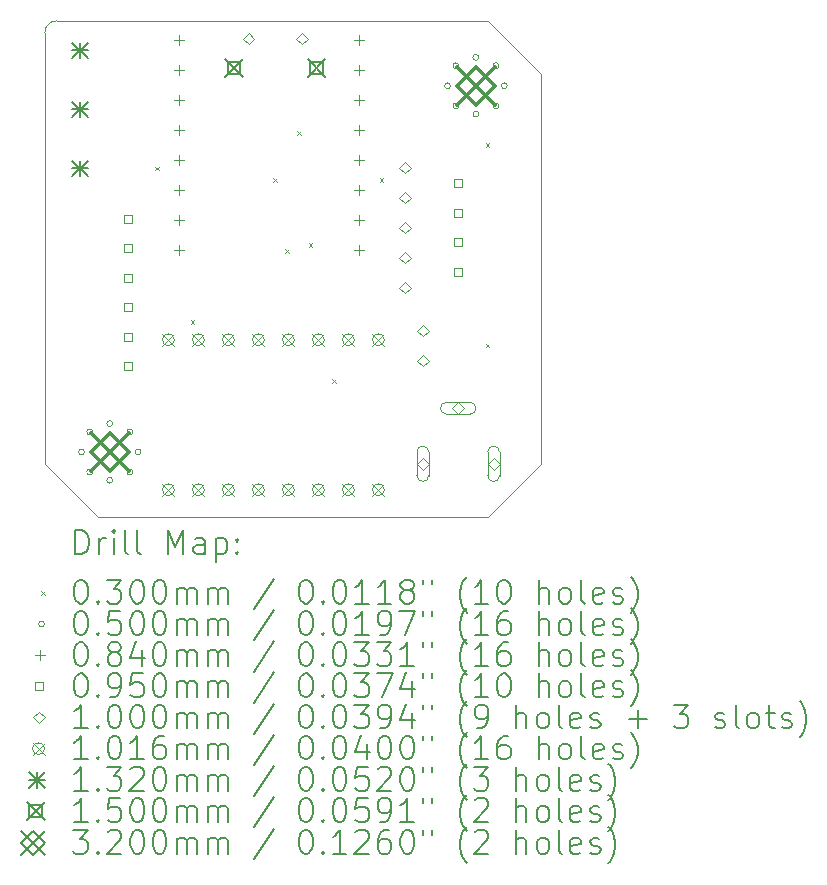
<source format=gbr>
%TF.GenerationSoftware,KiCad,Pcbnew,9.0.2*%
%TF.CreationDate,2026-01-19T19:13:55-08:00*%
%TF.ProjectId,OrreryMod,4f727265-7279-44d6-9f64-2e6b69636164,rev?*%
%TF.SameCoordinates,Original*%
%TF.FileFunction,Drillmap*%
%TF.FilePolarity,Positive*%
%FSLAX45Y45*%
G04 Gerber Fmt 4.5, Leading zero omitted, Abs format (unit mm)*
G04 Created by KiCad (PCBNEW 9.0.2) date 2026-01-19 19:13:55*
%MOMM*%
%LPD*%
G01*
G04 APERTURE LIST*
%ADD10C,0.050000*%
%ADD11C,0.200000*%
%ADD12C,0.100000*%
%ADD13C,0.101600*%
%ADD14C,0.132000*%
%ADD15C,0.150000*%
%ADD16C,0.320000*%
G04 APERTURE END LIST*
D10*
X7550000Y-7750000D02*
G75*
G02*
X7650000Y-7650000I100000J0D01*
G01*
X11750000Y-11400000D02*
X11300000Y-11850000D01*
X11750000Y-8100000D02*
X11300000Y-7650000D01*
X8000000Y-11850000D02*
X7550000Y-11400000D01*
X11300000Y-11850000D02*
X8000000Y-11850000D01*
X11750000Y-8200000D02*
X11750000Y-8100000D01*
X7550000Y-11400000D02*
X7550000Y-7750000D01*
X7650000Y-7650000D02*
X8100000Y-7650000D01*
X8100000Y-7650000D02*
X11200000Y-7650000D01*
X11750000Y-8200000D02*
X11750000Y-11300000D01*
X11300000Y-7650000D02*
X11200000Y-7650000D01*
X11750000Y-11300000D02*
X11750000Y-11400000D01*
D11*
D12*
X8485000Y-8885000D02*
X8515000Y-8915000D01*
X8515000Y-8885000D02*
X8485000Y-8915000D01*
X8785000Y-10185000D02*
X8815000Y-10215000D01*
X8815000Y-10185000D02*
X8785000Y-10215000D01*
X9485000Y-8985000D02*
X9515000Y-9015000D01*
X9515000Y-8985000D02*
X9485000Y-9015000D01*
X9585000Y-9585000D02*
X9615000Y-9615000D01*
X9615000Y-9585000D02*
X9585000Y-9615000D01*
X9685000Y-8585000D02*
X9715000Y-8615000D01*
X9715000Y-8585000D02*
X9685000Y-8615000D01*
X9785000Y-9535000D02*
X9815000Y-9565000D01*
X9815000Y-9535000D02*
X9785000Y-9565000D01*
X9985000Y-10685000D02*
X10015000Y-10715000D01*
X10015000Y-10685000D02*
X9985000Y-10715000D01*
X10385000Y-8985000D02*
X10415000Y-9015000D01*
X10415000Y-8985000D02*
X10385000Y-9015000D01*
X11285000Y-8685000D02*
X11315000Y-8715000D01*
X11315000Y-8685000D02*
X11285000Y-8715000D01*
X11285000Y-10385000D02*
X11315000Y-10415000D01*
X11315000Y-10385000D02*
X11285000Y-10415000D01*
X7885000Y-11300000D02*
G75*
G02*
X7835000Y-11300000I-25000J0D01*
G01*
X7835000Y-11300000D02*
G75*
G02*
X7885000Y-11300000I25000J0D01*
G01*
X7955294Y-11130294D02*
G75*
G02*
X7905294Y-11130294I-25000J0D01*
G01*
X7905294Y-11130294D02*
G75*
G02*
X7955294Y-11130294I25000J0D01*
G01*
X7955294Y-11469706D02*
G75*
G02*
X7905294Y-11469706I-25000J0D01*
G01*
X7905294Y-11469706D02*
G75*
G02*
X7955294Y-11469706I25000J0D01*
G01*
X8125000Y-11060000D02*
G75*
G02*
X8075000Y-11060000I-25000J0D01*
G01*
X8075000Y-11060000D02*
G75*
G02*
X8125000Y-11060000I25000J0D01*
G01*
X8125000Y-11540000D02*
G75*
G02*
X8075000Y-11540000I-25000J0D01*
G01*
X8075000Y-11540000D02*
G75*
G02*
X8125000Y-11540000I25000J0D01*
G01*
X8294706Y-11130294D02*
G75*
G02*
X8244706Y-11130294I-25000J0D01*
G01*
X8244706Y-11130294D02*
G75*
G02*
X8294706Y-11130294I25000J0D01*
G01*
X8294706Y-11469706D02*
G75*
G02*
X8244706Y-11469706I-25000J0D01*
G01*
X8244706Y-11469706D02*
G75*
G02*
X8294706Y-11469706I25000J0D01*
G01*
X8365000Y-11300000D02*
G75*
G02*
X8315000Y-11300000I-25000J0D01*
G01*
X8315000Y-11300000D02*
G75*
G02*
X8365000Y-11300000I25000J0D01*
G01*
X10985000Y-8200000D02*
G75*
G02*
X10935000Y-8200000I-25000J0D01*
G01*
X10935000Y-8200000D02*
G75*
G02*
X10985000Y-8200000I25000J0D01*
G01*
X11055294Y-8030294D02*
G75*
G02*
X11005294Y-8030294I-25000J0D01*
G01*
X11005294Y-8030294D02*
G75*
G02*
X11055294Y-8030294I25000J0D01*
G01*
X11055294Y-8369706D02*
G75*
G02*
X11005294Y-8369706I-25000J0D01*
G01*
X11005294Y-8369706D02*
G75*
G02*
X11055294Y-8369706I25000J0D01*
G01*
X11225000Y-7960000D02*
G75*
G02*
X11175000Y-7960000I-25000J0D01*
G01*
X11175000Y-7960000D02*
G75*
G02*
X11225000Y-7960000I25000J0D01*
G01*
X11225000Y-8440000D02*
G75*
G02*
X11175000Y-8440000I-25000J0D01*
G01*
X11175000Y-8440000D02*
G75*
G02*
X11225000Y-8440000I25000J0D01*
G01*
X11394706Y-8030294D02*
G75*
G02*
X11344706Y-8030294I-25000J0D01*
G01*
X11344706Y-8030294D02*
G75*
G02*
X11394706Y-8030294I25000J0D01*
G01*
X11394706Y-8369706D02*
G75*
G02*
X11344706Y-8369706I-25000J0D01*
G01*
X11344706Y-8369706D02*
G75*
G02*
X11394706Y-8369706I25000J0D01*
G01*
X11465000Y-8200000D02*
G75*
G02*
X11415000Y-8200000I-25000J0D01*
G01*
X11415000Y-8200000D02*
G75*
G02*
X11465000Y-8200000I25000J0D01*
G01*
X8688000Y-7768000D02*
X8688000Y-7852000D01*
X8646000Y-7810000D02*
X8730000Y-7810000D01*
X8688000Y-8022000D02*
X8688000Y-8106000D01*
X8646000Y-8064000D02*
X8730000Y-8064000D01*
X8688000Y-8276000D02*
X8688000Y-8360000D01*
X8646000Y-8318000D02*
X8730000Y-8318000D01*
X8688000Y-8530000D02*
X8688000Y-8614000D01*
X8646000Y-8572000D02*
X8730000Y-8572000D01*
X8688000Y-8784000D02*
X8688000Y-8868000D01*
X8646000Y-8826000D02*
X8730000Y-8826000D01*
X8688000Y-9038000D02*
X8688000Y-9122000D01*
X8646000Y-9080000D02*
X8730000Y-9080000D01*
X8688000Y-9292000D02*
X8688000Y-9376000D01*
X8646000Y-9334000D02*
X8730000Y-9334000D01*
X8688000Y-9546000D02*
X8688000Y-9630000D01*
X8646000Y-9588000D02*
X8730000Y-9588000D01*
X10212000Y-7768000D02*
X10212000Y-7852000D01*
X10170000Y-7810000D02*
X10254000Y-7810000D01*
X10212000Y-8022000D02*
X10212000Y-8106000D01*
X10170000Y-8064000D02*
X10254000Y-8064000D01*
X10212000Y-8276000D02*
X10212000Y-8360000D01*
X10170000Y-8318000D02*
X10254000Y-8318000D01*
X10212000Y-8530000D02*
X10212000Y-8614000D01*
X10170000Y-8572000D02*
X10254000Y-8572000D01*
X10212000Y-8784000D02*
X10212000Y-8868000D01*
X10170000Y-8826000D02*
X10254000Y-8826000D01*
X10212000Y-9038000D02*
X10212000Y-9122000D01*
X10170000Y-9080000D02*
X10254000Y-9080000D01*
X10212000Y-9292000D02*
X10212000Y-9376000D01*
X10170000Y-9334000D02*
X10254000Y-9334000D01*
X10212000Y-9546000D02*
X10212000Y-9630000D01*
X10170000Y-9588000D02*
X10254000Y-9588000D01*
X8286838Y-9358588D02*
X8286838Y-9291412D01*
X8219662Y-9291412D01*
X8219662Y-9358588D01*
X8286838Y-9358588D01*
X8286838Y-9608588D02*
X8286838Y-9541412D01*
X8219662Y-9541412D01*
X8219662Y-9608588D01*
X8286838Y-9608588D01*
X8286838Y-9858588D02*
X8286838Y-9791412D01*
X8219662Y-9791412D01*
X8219662Y-9858588D01*
X8286838Y-9858588D01*
X8286838Y-10108588D02*
X8286838Y-10041412D01*
X8219662Y-10041412D01*
X8219662Y-10108588D01*
X8286838Y-10108588D01*
X8286838Y-10358588D02*
X8286838Y-10291412D01*
X8219662Y-10291412D01*
X8219662Y-10358588D01*
X8286838Y-10358588D01*
X8286838Y-10608588D02*
X8286838Y-10541412D01*
X8219662Y-10541412D01*
X8219662Y-10608588D01*
X8286838Y-10608588D01*
X11080338Y-9058588D02*
X11080338Y-8991412D01*
X11013162Y-8991412D01*
X11013162Y-9058588D01*
X11080338Y-9058588D01*
X11080338Y-9308588D02*
X11080338Y-9241412D01*
X11013162Y-9241412D01*
X11013162Y-9308588D01*
X11080338Y-9308588D01*
X11080338Y-9558588D02*
X11080338Y-9491412D01*
X11013162Y-9491412D01*
X11013162Y-9558588D01*
X11080338Y-9558588D01*
X11080338Y-9808588D02*
X11080338Y-9741412D01*
X11013162Y-9741412D01*
X11013162Y-9808588D01*
X11080338Y-9808588D01*
X9275000Y-7850000D02*
X9325000Y-7800000D01*
X9275000Y-7750000D01*
X9225000Y-7800000D01*
X9275000Y-7850000D01*
X9725000Y-7850000D02*
X9775000Y-7800000D01*
X9725000Y-7750000D01*
X9675000Y-7800000D01*
X9725000Y-7850000D01*
X10600000Y-8942000D02*
X10650000Y-8892000D01*
X10600000Y-8842000D01*
X10550000Y-8892000D01*
X10600000Y-8942000D01*
X10600000Y-9196000D02*
X10650000Y-9146000D01*
X10600000Y-9096000D01*
X10550000Y-9146000D01*
X10600000Y-9196000D01*
X10600000Y-9450000D02*
X10650000Y-9400000D01*
X10600000Y-9350000D01*
X10550000Y-9400000D01*
X10600000Y-9450000D01*
X10600000Y-9704000D02*
X10650000Y-9654000D01*
X10600000Y-9604000D01*
X10550000Y-9654000D01*
X10600000Y-9704000D01*
X10600000Y-9958000D02*
X10650000Y-9908000D01*
X10600000Y-9858000D01*
X10550000Y-9908000D01*
X10600000Y-9958000D01*
X10750000Y-10322500D02*
X10800000Y-10272500D01*
X10750000Y-10222500D01*
X10700000Y-10272500D01*
X10750000Y-10322500D01*
X10750000Y-10576500D02*
X10800000Y-10526500D01*
X10750000Y-10476500D01*
X10700000Y-10526500D01*
X10750000Y-10576500D01*
X10750000Y-11450000D02*
X10800000Y-11400000D01*
X10750000Y-11350000D01*
X10700000Y-11400000D01*
X10750000Y-11450000D01*
X10800000Y-11500000D02*
X10800000Y-11300000D01*
X10700000Y-11300000D02*
G75*
G02*
X10800000Y-11300000I50000J0D01*
G01*
X10700000Y-11300000D02*
X10700000Y-11500000D01*
X10700000Y-11500000D02*
G75*
G03*
X10800000Y-11500000I50000J0D01*
G01*
X11050000Y-10980000D02*
X11100000Y-10930000D01*
X11050000Y-10880000D01*
X11000000Y-10930000D01*
X11050000Y-10980000D01*
X11150000Y-10880000D02*
X10950000Y-10880000D01*
X10950000Y-10980000D02*
G75*
G02*
X10950000Y-10880000I0J50000D01*
G01*
X10950000Y-10980000D02*
X11150000Y-10980000D01*
X11150000Y-10980000D02*
G75*
G03*
X11150000Y-10880000I0J50000D01*
G01*
X11350000Y-11450000D02*
X11400000Y-11400000D01*
X11350000Y-11350000D01*
X11300000Y-11400000D01*
X11350000Y-11450000D01*
X11400000Y-11500000D02*
X11400000Y-11300000D01*
X11300000Y-11300000D02*
G75*
G02*
X11400000Y-11300000I50000J0D01*
G01*
X11300000Y-11300000D02*
X11300000Y-11500000D01*
X11300000Y-11500000D02*
G75*
G03*
X11400000Y-11500000I50000J0D01*
G01*
D13*
X8545200Y-10299200D02*
X8646800Y-10400800D01*
X8646800Y-10299200D02*
X8545200Y-10400800D01*
X8646800Y-10350000D02*
G75*
G02*
X8545200Y-10350000I-50800J0D01*
G01*
X8545200Y-10350000D02*
G75*
G02*
X8646800Y-10350000I50800J0D01*
G01*
X8545200Y-11569200D02*
X8646800Y-11670800D01*
X8646800Y-11569200D02*
X8545200Y-11670800D01*
X8646800Y-11620000D02*
G75*
G02*
X8545200Y-11620000I-50800J0D01*
G01*
X8545200Y-11620000D02*
G75*
G02*
X8646800Y-11620000I50800J0D01*
G01*
X8799200Y-10299200D02*
X8900800Y-10400800D01*
X8900800Y-10299200D02*
X8799200Y-10400800D01*
X8900800Y-10350000D02*
G75*
G02*
X8799200Y-10350000I-50800J0D01*
G01*
X8799200Y-10350000D02*
G75*
G02*
X8900800Y-10350000I50800J0D01*
G01*
X8799200Y-11569200D02*
X8900800Y-11670800D01*
X8900800Y-11569200D02*
X8799200Y-11670800D01*
X8900800Y-11620000D02*
G75*
G02*
X8799200Y-11620000I-50800J0D01*
G01*
X8799200Y-11620000D02*
G75*
G02*
X8900800Y-11620000I50800J0D01*
G01*
X9053200Y-10299200D02*
X9154800Y-10400800D01*
X9154800Y-10299200D02*
X9053200Y-10400800D01*
X9154800Y-10350000D02*
G75*
G02*
X9053200Y-10350000I-50800J0D01*
G01*
X9053200Y-10350000D02*
G75*
G02*
X9154800Y-10350000I50800J0D01*
G01*
X9053200Y-11569200D02*
X9154800Y-11670800D01*
X9154800Y-11569200D02*
X9053200Y-11670800D01*
X9154800Y-11620000D02*
G75*
G02*
X9053200Y-11620000I-50800J0D01*
G01*
X9053200Y-11620000D02*
G75*
G02*
X9154800Y-11620000I50800J0D01*
G01*
X9307200Y-10299200D02*
X9408800Y-10400800D01*
X9408800Y-10299200D02*
X9307200Y-10400800D01*
X9408800Y-10350000D02*
G75*
G02*
X9307200Y-10350000I-50800J0D01*
G01*
X9307200Y-10350000D02*
G75*
G02*
X9408800Y-10350000I50800J0D01*
G01*
X9307200Y-11569200D02*
X9408800Y-11670800D01*
X9408800Y-11569200D02*
X9307200Y-11670800D01*
X9408800Y-11620000D02*
G75*
G02*
X9307200Y-11620000I-50800J0D01*
G01*
X9307200Y-11620000D02*
G75*
G02*
X9408800Y-11620000I50800J0D01*
G01*
X9561200Y-10299200D02*
X9662800Y-10400800D01*
X9662800Y-10299200D02*
X9561200Y-10400800D01*
X9662800Y-10350000D02*
G75*
G02*
X9561200Y-10350000I-50800J0D01*
G01*
X9561200Y-10350000D02*
G75*
G02*
X9662800Y-10350000I50800J0D01*
G01*
X9561200Y-11569200D02*
X9662800Y-11670800D01*
X9662800Y-11569200D02*
X9561200Y-11670800D01*
X9662800Y-11620000D02*
G75*
G02*
X9561200Y-11620000I-50800J0D01*
G01*
X9561200Y-11620000D02*
G75*
G02*
X9662800Y-11620000I50800J0D01*
G01*
X9815200Y-10299200D02*
X9916800Y-10400800D01*
X9916800Y-10299200D02*
X9815200Y-10400800D01*
X9916800Y-10350000D02*
G75*
G02*
X9815200Y-10350000I-50800J0D01*
G01*
X9815200Y-10350000D02*
G75*
G02*
X9916800Y-10350000I50800J0D01*
G01*
X9815200Y-11569200D02*
X9916800Y-11670800D01*
X9916800Y-11569200D02*
X9815200Y-11670800D01*
X9916800Y-11620000D02*
G75*
G02*
X9815200Y-11620000I-50800J0D01*
G01*
X9815200Y-11620000D02*
G75*
G02*
X9916800Y-11620000I50800J0D01*
G01*
X10069200Y-10299200D02*
X10170800Y-10400800D01*
X10170800Y-10299200D02*
X10069200Y-10400800D01*
X10170800Y-10350000D02*
G75*
G02*
X10069200Y-10350000I-50800J0D01*
G01*
X10069200Y-10350000D02*
G75*
G02*
X10170800Y-10350000I50800J0D01*
G01*
X10069200Y-11569200D02*
X10170800Y-11670800D01*
X10170800Y-11569200D02*
X10069200Y-11670800D01*
X10170800Y-11620000D02*
G75*
G02*
X10069200Y-11620000I-50800J0D01*
G01*
X10069200Y-11620000D02*
G75*
G02*
X10170800Y-11620000I50800J0D01*
G01*
X10323200Y-10299200D02*
X10424800Y-10400800D01*
X10424800Y-10299200D02*
X10323200Y-10400800D01*
X10424800Y-10350000D02*
G75*
G02*
X10323200Y-10350000I-50800J0D01*
G01*
X10323200Y-10350000D02*
G75*
G02*
X10424800Y-10350000I50800J0D01*
G01*
X10323200Y-11569200D02*
X10424800Y-11670800D01*
X10424800Y-11569200D02*
X10323200Y-11670800D01*
X10424800Y-11620000D02*
G75*
G02*
X10323200Y-11620000I-50800J0D01*
G01*
X10323200Y-11620000D02*
G75*
G02*
X10424800Y-11620000I50800J0D01*
G01*
D14*
X7784000Y-7834000D02*
X7916000Y-7966000D01*
X7916000Y-7834000D02*
X7784000Y-7966000D01*
X7850000Y-7834000D02*
X7850000Y-7966000D01*
X7784000Y-7900000D02*
X7916000Y-7900000D01*
X7784000Y-8334000D02*
X7916000Y-8466000D01*
X7916000Y-8334000D02*
X7784000Y-8466000D01*
X7850000Y-8334000D02*
X7850000Y-8466000D01*
X7784000Y-8400000D02*
X7916000Y-8400000D01*
X7784000Y-8834000D02*
X7916000Y-8966000D01*
X7916000Y-8834000D02*
X7784000Y-8966000D01*
X7850000Y-8834000D02*
X7850000Y-8966000D01*
X7784000Y-8900000D02*
X7916000Y-8900000D01*
D15*
X9075000Y-7975000D02*
X9225000Y-8125000D01*
X9225000Y-7975000D02*
X9075000Y-8125000D01*
X9203034Y-8103033D02*
X9203034Y-7996966D01*
X9096967Y-7996966D01*
X9096967Y-8103033D01*
X9203034Y-8103033D01*
X9775000Y-7975000D02*
X9925000Y-8125000D01*
X9925000Y-7975000D02*
X9775000Y-8125000D01*
X9903034Y-8103033D02*
X9903034Y-7996966D01*
X9796967Y-7996966D01*
X9796967Y-8103033D01*
X9903034Y-8103033D01*
D16*
X7940000Y-11140000D02*
X8260000Y-11460000D01*
X8260000Y-11140000D02*
X7940000Y-11460000D01*
X8100000Y-11460000D02*
X8260000Y-11300000D01*
X8100000Y-11140000D01*
X7940000Y-11300000D01*
X8100000Y-11460000D01*
X11040000Y-8040000D02*
X11360000Y-8360000D01*
X11360000Y-8040000D02*
X11040000Y-8360000D01*
X11200000Y-8360000D02*
X11360000Y-8200000D01*
X11200000Y-8040000D01*
X11040000Y-8200000D01*
X11200000Y-8360000D01*
D11*
X7808277Y-12163984D02*
X7808277Y-11963984D01*
X7808277Y-11963984D02*
X7855896Y-11963984D01*
X7855896Y-11963984D02*
X7884467Y-11973508D01*
X7884467Y-11973508D02*
X7903515Y-11992555D01*
X7903515Y-11992555D02*
X7913039Y-12011603D01*
X7913039Y-12011603D02*
X7922562Y-12049698D01*
X7922562Y-12049698D02*
X7922562Y-12078269D01*
X7922562Y-12078269D02*
X7913039Y-12116365D01*
X7913039Y-12116365D02*
X7903515Y-12135412D01*
X7903515Y-12135412D02*
X7884467Y-12154460D01*
X7884467Y-12154460D02*
X7855896Y-12163984D01*
X7855896Y-12163984D02*
X7808277Y-12163984D01*
X8008277Y-12163984D02*
X8008277Y-12030650D01*
X8008277Y-12068746D02*
X8017801Y-12049698D01*
X8017801Y-12049698D02*
X8027324Y-12040174D01*
X8027324Y-12040174D02*
X8046372Y-12030650D01*
X8046372Y-12030650D02*
X8065420Y-12030650D01*
X8132086Y-12163984D02*
X8132086Y-12030650D01*
X8132086Y-11963984D02*
X8122562Y-11973508D01*
X8122562Y-11973508D02*
X8132086Y-11983031D01*
X8132086Y-11983031D02*
X8141610Y-11973508D01*
X8141610Y-11973508D02*
X8132086Y-11963984D01*
X8132086Y-11963984D02*
X8132086Y-11983031D01*
X8255896Y-12163984D02*
X8236848Y-12154460D01*
X8236848Y-12154460D02*
X8227324Y-12135412D01*
X8227324Y-12135412D02*
X8227324Y-11963984D01*
X8360658Y-12163984D02*
X8341610Y-12154460D01*
X8341610Y-12154460D02*
X8332086Y-12135412D01*
X8332086Y-12135412D02*
X8332086Y-11963984D01*
X8589229Y-12163984D02*
X8589229Y-11963984D01*
X8589229Y-11963984D02*
X8655896Y-12106841D01*
X8655896Y-12106841D02*
X8722563Y-11963984D01*
X8722563Y-11963984D02*
X8722563Y-12163984D01*
X8903515Y-12163984D02*
X8903515Y-12059222D01*
X8903515Y-12059222D02*
X8893991Y-12040174D01*
X8893991Y-12040174D02*
X8874944Y-12030650D01*
X8874944Y-12030650D02*
X8836848Y-12030650D01*
X8836848Y-12030650D02*
X8817801Y-12040174D01*
X8903515Y-12154460D02*
X8884467Y-12163984D01*
X8884467Y-12163984D02*
X8836848Y-12163984D01*
X8836848Y-12163984D02*
X8817801Y-12154460D01*
X8817801Y-12154460D02*
X8808277Y-12135412D01*
X8808277Y-12135412D02*
X8808277Y-12116365D01*
X8808277Y-12116365D02*
X8817801Y-12097317D01*
X8817801Y-12097317D02*
X8836848Y-12087793D01*
X8836848Y-12087793D02*
X8884467Y-12087793D01*
X8884467Y-12087793D02*
X8903515Y-12078269D01*
X8998753Y-12030650D02*
X8998753Y-12230650D01*
X8998753Y-12040174D02*
X9017801Y-12030650D01*
X9017801Y-12030650D02*
X9055896Y-12030650D01*
X9055896Y-12030650D02*
X9074944Y-12040174D01*
X9074944Y-12040174D02*
X9084467Y-12049698D01*
X9084467Y-12049698D02*
X9093991Y-12068746D01*
X9093991Y-12068746D02*
X9093991Y-12125888D01*
X9093991Y-12125888D02*
X9084467Y-12144936D01*
X9084467Y-12144936D02*
X9074944Y-12154460D01*
X9074944Y-12154460D02*
X9055896Y-12163984D01*
X9055896Y-12163984D02*
X9017801Y-12163984D01*
X9017801Y-12163984D02*
X8998753Y-12154460D01*
X9179705Y-12144936D02*
X9189229Y-12154460D01*
X9189229Y-12154460D02*
X9179705Y-12163984D01*
X9179705Y-12163984D02*
X9170182Y-12154460D01*
X9170182Y-12154460D02*
X9179705Y-12144936D01*
X9179705Y-12144936D02*
X9179705Y-12163984D01*
X9179705Y-12040174D02*
X9189229Y-12049698D01*
X9189229Y-12049698D02*
X9179705Y-12059222D01*
X9179705Y-12059222D02*
X9170182Y-12049698D01*
X9170182Y-12049698D02*
X9179705Y-12040174D01*
X9179705Y-12040174D02*
X9179705Y-12059222D01*
D12*
X7517500Y-12477500D02*
X7547500Y-12507500D01*
X7547500Y-12477500D02*
X7517500Y-12507500D01*
D11*
X7846372Y-12383984D02*
X7865420Y-12383984D01*
X7865420Y-12383984D02*
X7884467Y-12393508D01*
X7884467Y-12393508D02*
X7893991Y-12403031D01*
X7893991Y-12403031D02*
X7903515Y-12422079D01*
X7903515Y-12422079D02*
X7913039Y-12460174D01*
X7913039Y-12460174D02*
X7913039Y-12507793D01*
X7913039Y-12507793D02*
X7903515Y-12545888D01*
X7903515Y-12545888D02*
X7893991Y-12564936D01*
X7893991Y-12564936D02*
X7884467Y-12574460D01*
X7884467Y-12574460D02*
X7865420Y-12583984D01*
X7865420Y-12583984D02*
X7846372Y-12583984D01*
X7846372Y-12583984D02*
X7827324Y-12574460D01*
X7827324Y-12574460D02*
X7817801Y-12564936D01*
X7817801Y-12564936D02*
X7808277Y-12545888D01*
X7808277Y-12545888D02*
X7798753Y-12507793D01*
X7798753Y-12507793D02*
X7798753Y-12460174D01*
X7798753Y-12460174D02*
X7808277Y-12422079D01*
X7808277Y-12422079D02*
X7817801Y-12403031D01*
X7817801Y-12403031D02*
X7827324Y-12393508D01*
X7827324Y-12393508D02*
X7846372Y-12383984D01*
X7998753Y-12564936D02*
X8008277Y-12574460D01*
X8008277Y-12574460D02*
X7998753Y-12583984D01*
X7998753Y-12583984D02*
X7989229Y-12574460D01*
X7989229Y-12574460D02*
X7998753Y-12564936D01*
X7998753Y-12564936D02*
X7998753Y-12583984D01*
X8074943Y-12383984D02*
X8198753Y-12383984D01*
X8198753Y-12383984D02*
X8132086Y-12460174D01*
X8132086Y-12460174D02*
X8160658Y-12460174D01*
X8160658Y-12460174D02*
X8179705Y-12469698D01*
X8179705Y-12469698D02*
X8189229Y-12479222D01*
X8189229Y-12479222D02*
X8198753Y-12498269D01*
X8198753Y-12498269D02*
X8198753Y-12545888D01*
X8198753Y-12545888D02*
X8189229Y-12564936D01*
X8189229Y-12564936D02*
X8179705Y-12574460D01*
X8179705Y-12574460D02*
X8160658Y-12583984D01*
X8160658Y-12583984D02*
X8103515Y-12583984D01*
X8103515Y-12583984D02*
X8084467Y-12574460D01*
X8084467Y-12574460D02*
X8074943Y-12564936D01*
X8322562Y-12383984D02*
X8341610Y-12383984D01*
X8341610Y-12383984D02*
X8360658Y-12393508D01*
X8360658Y-12393508D02*
X8370182Y-12403031D01*
X8370182Y-12403031D02*
X8379705Y-12422079D01*
X8379705Y-12422079D02*
X8389229Y-12460174D01*
X8389229Y-12460174D02*
X8389229Y-12507793D01*
X8389229Y-12507793D02*
X8379705Y-12545888D01*
X8379705Y-12545888D02*
X8370182Y-12564936D01*
X8370182Y-12564936D02*
X8360658Y-12574460D01*
X8360658Y-12574460D02*
X8341610Y-12583984D01*
X8341610Y-12583984D02*
X8322562Y-12583984D01*
X8322562Y-12583984D02*
X8303515Y-12574460D01*
X8303515Y-12574460D02*
X8293991Y-12564936D01*
X8293991Y-12564936D02*
X8284467Y-12545888D01*
X8284467Y-12545888D02*
X8274943Y-12507793D01*
X8274943Y-12507793D02*
X8274943Y-12460174D01*
X8274943Y-12460174D02*
X8284467Y-12422079D01*
X8284467Y-12422079D02*
X8293991Y-12403031D01*
X8293991Y-12403031D02*
X8303515Y-12393508D01*
X8303515Y-12393508D02*
X8322562Y-12383984D01*
X8513039Y-12383984D02*
X8532086Y-12383984D01*
X8532086Y-12383984D02*
X8551134Y-12393508D01*
X8551134Y-12393508D02*
X8560658Y-12403031D01*
X8560658Y-12403031D02*
X8570182Y-12422079D01*
X8570182Y-12422079D02*
X8579705Y-12460174D01*
X8579705Y-12460174D02*
X8579705Y-12507793D01*
X8579705Y-12507793D02*
X8570182Y-12545888D01*
X8570182Y-12545888D02*
X8560658Y-12564936D01*
X8560658Y-12564936D02*
X8551134Y-12574460D01*
X8551134Y-12574460D02*
X8532086Y-12583984D01*
X8532086Y-12583984D02*
X8513039Y-12583984D01*
X8513039Y-12583984D02*
X8493991Y-12574460D01*
X8493991Y-12574460D02*
X8484467Y-12564936D01*
X8484467Y-12564936D02*
X8474944Y-12545888D01*
X8474944Y-12545888D02*
X8465420Y-12507793D01*
X8465420Y-12507793D02*
X8465420Y-12460174D01*
X8465420Y-12460174D02*
X8474944Y-12422079D01*
X8474944Y-12422079D02*
X8484467Y-12403031D01*
X8484467Y-12403031D02*
X8493991Y-12393508D01*
X8493991Y-12393508D02*
X8513039Y-12383984D01*
X8665420Y-12583984D02*
X8665420Y-12450650D01*
X8665420Y-12469698D02*
X8674944Y-12460174D01*
X8674944Y-12460174D02*
X8693991Y-12450650D01*
X8693991Y-12450650D02*
X8722563Y-12450650D01*
X8722563Y-12450650D02*
X8741610Y-12460174D01*
X8741610Y-12460174D02*
X8751134Y-12479222D01*
X8751134Y-12479222D02*
X8751134Y-12583984D01*
X8751134Y-12479222D02*
X8760658Y-12460174D01*
X8760658Y-12460174D02*
X8779705Y-12450650D01*
X8779705Y-12450650D02*
X8808277Y-12450650D01*
X8808277Y-12450650D02*
X8827325Y-12460174D01*
X8827325Y-12460174D02*
X8836848Y-12479222D01*
X8836848Y-12479222D02*
X8836848Y-12583984D01*
X8932086Y-12583984D02*
X8932086Y-12450650D01*
X8932086Y-12469698D02*
X8941610Y-12460174D01*
X8941610Y-12460174D02*
X8960658Y-12450650D01*
X8960658Y-12450650D02*
X8989229Y-12450650D01*
X8989229Y-12450650D02*
X9008277Y-12460174D01*
X9008277Y-12460174D02*
X9017801Y-12479222D01*
X9017801Y-12479222D02*
X9017801Y-12583984D01*
X9017801Y-12479222D02*
X9027325Y-12460174D01*
X9027325Y-12460174D02*
X9046372Y-12450650D01*
X9046372Y-12450650D02*
X9074944Y-12450650D01*
X9074944Y-12450650D02*
X9093991Y-12460174D01*
X9093991Y-12460174D02*
X9103515Y-12479222D01*
X9103515Y-12479222D02*
X9103515Y-12583984D01*
X9493991Y-12374460D02*
X9322563Y-12631603D01*
X9751134Y-12383984D02*
X9770182Y-12383984D01*
X9770182Y-12383984D02*
X9789229Y-12393508D01*
X9789229Y-12393508D02*
X9798753Y-12403031D01*
X9798753Y-12403031D02*
X9808277Y-12422079D01*
X9808277Y-12422079D02*
X9817801Y-12460174D01*
X9817801Y-12460174D02*
X9817801Y-12507793D01*
X9817801Y-12507793D02*
X9808277Y-12545888D01*
X9808277Y-12545888D02*
X9798753Y-12564936D01*
X9798753Y-12564936D02*
X9789229Y-12574460D01*
X9789229Y-12574460D02*
X9770182Y-12583984D01*
X9770182Y-12583984D02*
X9751134Y-12583984D01*
X9751134Y-12583984D02*
X9732087Y-12574460D01*
X9732087Y-12574460D02*
X9722563Y-12564936D01*
X9722563Y-12564936D02*
X9713039Y-12545888D01*
X9713039Y-12545888D02*
X9703515Y-12507793D01*
X9703515Y-12507793D02*
X9703515Y-12460174D01*
X9703515Y-12460174D02*
X9713039Y-12422079D01*
X9713039Y-12422079D02*
X9722563Y-12403031D01*
X9722563Y-12403031D02*
X9732087Y-12393508D01*
X9732087Y-12393508D02*
X9751134Y-12383984D01*
X9903515Y-12564936D02*
X9913039Y-12574460D01*
X9913039Y-12574460D02*
X9903515Y-12583984D01*
X9903515Y-12583984D02*
X9893991Y-12574460D01*
X9893991Y-12574460D02*
X9903515Y-12564936D01*
X9903515Y-12564936D02*
X9903515Y-12583984D01*
X10036848Y-12383984D02*
X10055896Y-12383984D01*
X10055896Y-12383984D02*
X10074944Y-12393508D01*
X10074944Y-12393508D02*
X10084468Y-12403031D01*
X10084468Y-12403031D02*
X10093991Y-12422079D01*
X10093991Y-12422079D02*
X10103515Y-12460174D01*
X10103515Y-12460174D02*
X10103515Y-12507793D01*
X10103515Y-12507793D02*
X10093991Y-12545888D01*
X10093991Y-12545888D02*
X10084468Y-12564936D01*
X10084468Y-12564936D02*
X10074944Y-12574460D01*
X10074944Y-12574460D02*
X10055896Y-12583984D01*
X10055896Y-12583984D02*
X10036848Y-12583984D01*
X10036848Y-12583984D02*
X10017801Y-12574460D01*
X10017801Y-12574460D02*
X10008277Y-12564936D01*
X10008277Y-12564936D02*
X9998753Y-12545888D01*
X9998753Y-12545888D02*
X9989229Y-12507793D01*
X9989229Y-12507793D02*
X9989229Y-12460174D01*
X9989229Y-12460174D02*
X9998753Y-12422079D01*
X9998753Y-12422079D02*
X10008277Y-12403031D01*
X10008277Y-12403031D02*
X10017801Y-12393508D01*
X10017801Y-12393508D02*
X10036848Y-12383984D01*
X10293991Y-12583984D02*
X10179706Y-12583984D01*
X10236848Y-12583984D02*
X10236848Y-12383984D01*
X10236848Y-12383984D02*
X10217801Y-12412555D01*
X10217801Y-12412555D02*
X10198753Y-12431603D01*
X10198753Y-12431603D02*
X10179706Y-12441127D01*
X10484468Y-12583984D02*
X10370182Y-12583984D01*
X10427325Y-12583984D02*
X10427325Y-12383984D01*
X10427325Y-12383984D02*
X10408277Y-12412555D01*
X10408277Y-12412555D02*
X10389229Y-12431603D01*
X10389229Y-12431603D02*
X10370182Y-12441127D01*
X10598753Y-12469698D02*
X10579706Y-12460174D01*
X10579706Y-12460174D02*
X10570182Y-12450650D01*
X10570182Y-12450650D02*
X10560658Y-12431603D01*
X10560658Y-12431603D02*
X10560658Y-12422079D01*
X10560658Y-12422079D02*
X10570182Y-12403031D01*
X10570182Y-12403031D02*
X10579706Y-12393508D01*
X10579706Y-12393508D02*
X10598753Y-12383984D01*
X10598753Y-12383984D02*
X10636849Y-12383984D01*
X10636849Y-12383984D02*
X10655896Y-12393508D01*
X10655896Y-12393508D02*
X10665420Y-12403031D01*
X10665420Y-12403031D02*
X10674944Y-12422079D01*
X10674944Y-12422079D02*
X10674944Y-12431603D01*
X10674944Y-12431603D02*
X10665420Y-12450650D01*
X10665420Y-12450650D02*
X10655896Y-12460174D01*
X10655896Y-12460174D02*
X10636849Y-12469698D01*
X10636849Y-12469698D02*
X10598753Y-12469698D01*
X10598753Y-12469698D02*
X10579706Y-12479222D01*
X10579706Y-12479222D02*
X10570182Y-12488746D01*
X10570182Y-12488746D02*
X10560658Y-12507793D01*
X10560658Y-12507793D02*
X10560658Y-12545888D01*
X10560658Y-12545888D02*
X10570182Y-12564936D01*
X10570182Y-12564936D02*
X10579706Y-12574460D01*
X10579706Y-12574460D02*
X10598753Y-12583984D01*
X10598753Y-12583984D02*
X10636849Y-12583984D01*
X10636849Y-12583984D02*
X10655896Y-12574460D01*
X10655896Y-12574460D02*
X10665420Y-12564936D01*
X10665420Y-12564936D02*
X10674944Y-12545888D01*
X10674944Y-12545888D02*
X10674944Y-12507793D01*
X10674944Y-12507793D02*
X10665420Y-12488746D01*
X10665420Y-12488746D02*
X10655896Y-12479222D01*
X10655896Y-12479222D02*
X10636849Y-12469698D01*
X10751134Y-12383984D02*
X10751134Y-12422079D01*
X10827325Y-12383984D02*
X10827325Y-12422079D01*
X11122563Y-12660174D02*
X11113039Y-12650650D01*
X11113039Y-12650650D02*
X11093991Y-12622079D01*
X11093991Y-12622079D02*
X11084468Y-12603031D01*
X11084468Y-12603031D02*
X11074944Y-12574460D01*
X11074944Y-12574460D02*
X11065420Y-12526841D01*
X11065420Y-12526841D02*
X11065420Y-12488746D01*
X11065420Y-12488746D02*
X11074944Y-12441127D01*
X11074944Y-12441127D02*
X11084468Y-12412555D01*
X11084468Y-12412555D02*
X11093991Y-12393508D01*
X11093991Y-12393508D02*
X11113039Y-12364936D01*
X11113039Y-12364936D02*
X11122563Y-12355412D01*
X11303515Y-12583984D02*
X11189229Y-12583984D01*
X11246372Y-12583984D02*
X11246372Y-12383984D01*
X11246372Y-12383984D02*
X11227325Y-12412555D01*
X11227325Y-12412555D02*
X11208277Y-12431603D01*
X11208277Y-12431603D02*
X11189229Y-12441127D01*
X11427325Y-12383984D02*
X11446372Y-12383984D01*
X11446372Y-12383984D02*
X11465420Y-12393508D01*
X11465420Y-12393508D02*
X11474944Y-12403031D01*
X11474944Y-12403031D02*
X11484468Y-12422079D01*
X11484468Y-12422079D02*
X11493991Y-12460174D01*
X11493991Y-12460174D02*
X11493991Y-12507793D01*
X11493991Y-12507793D02*
X11484468Y-12545888D01*
X11484468Y-12545888D02*
X11474944Y-12564936D01*
X11474944Y-12564936D02*
X11465420Y-12574460D01*
X11465420Y-12574460D02*
X11446372Y-12583984D01*
X11446372Y-12583984D02*
X11427325Y-12583984D01*
X11427325Y-12583984D02*
X11408277Y-12574460D01*
X11408277Y-12574460D02*
X11398753Y-12564936D01*
X11398753Y-12564936D02*
X11389229Y-12545888D01*
X11389229Y-12545888D02*
X11379706Y-12507793D01*
X11379706Y-12507793D02*
X11379706Y-12460174D01*
X11379706Y-12460174D02*
X11389229Y-12422079D01*
X11389229Y-12422079D02*
X11398753Y-12403031D01*
X11398753Y-12403031D02*
X11408277Y-12393508D01*
X11408277Y-12393508D02*
X11427325Y-12383984D01*
X11732087Y-12583984D02*
X11732087Y-12383984D01*
X11817801Y-12583984D02*
X11817801Y-12479222D01*
X11817801Y-12479222D02*
X11808277Y-12460174D01*
X11808277Y-12460174D02*
X11789230Y-12450650D01*
X11789230Y-12450650D02*
X11760658Y-12450650D01*
X11760658Y-12450650D02*
X11741610Y-12460174D01*
X11741610Y-12460174D02*
X11732087Y-12469698D01*
X11941610Y-12583984D02*
X11922563Y-12574460D01*
X11922563Y-12574460D02*
X11913039Y-12564936D01*
X11913039Y-12564936D02*
X11903515Y-12545888D01*
X11903515Y-12545888D02*
X11903515Y-12488746D01*
X11903515Y-12488746D02*
X11913039Y-12469698D01*
X11913039Y-12469698D02*
X11922563Y-12460174D01*
X11922563Y-12460174D02*
X11941610Y-12450650D01*
X11941610Y-12450650D02*
X11970182Y-12450650D01*
X11970182Y-12450650D02*
X11989230Y-12460174D01*
X11989230Y-12460174D02*
X11998753Y-12469698D01*
X11998753Y-12469698D02*
X12008277Y-12488746D01*
X12008277Y-12488746D02*
X12008277Y-12545888D01*
X12008277Y-12545888D02*
X11998753Y-12564936D01*
X11998753Y-12564936D02*
X11989230Y-12574460D01*
X11989230Y-12574460D02*
X11970182Y-12583984D01*
X11970182Y-12583984D02*
X11941610Y-12583984D01*
X12122563Y-12583984D02*
X12103515Y-12574460D01*
X12103515Y-12574460D02*
X12093991Y-12555412D01*
X12093991Y-12555412D02*
X12093991Y-12383984D01*
X12274944Y-12574460D02*
X12255896Y-12583984D01*
X12255896Y-12583984D02*
X12217801Y-12583984D01*
X12217801Y-12583984D02*
X12198753Y-12574460D01*
X12198753Y-12574460D02*
X12189230Y-12555412D01*
X12189230Y-12555412D02*
X12189230Y-12479222D01*
X12189230Y-12479222D02*
X12198753Y-12460174D01*
X12198753Y-12460174D02*
X12217801Y-12450650D01*
X12217801Y-12450650D02*
X12255896Y-12450650D01*
X12255896Y-12450650D02*
X12274944Y-12460174D01*
X12274944Y-12460174D02*
X12284468Y-12479222D01*
X12284468Y-12479222D02*
X12284468Y-12498269D01*
X12284468Y-12498269D02*
X12189230Y-12517317D01*
X12360658Y-12574460D02*
X12379706Y-12583984D01*
X12379706Y-12583984D02*
X12417801Y-12583984D01*
X12417801Y-12583984D02*
X12436849Y-12574460D01*
X12436849Y-12574460D02*
X12446372Y-12555412D01*
X12446372Y-12555412D02*
X12446372Y-12545888D01*
X12446372Y-12545888D02*
X12436849Y-12526841D01*
X12436849Y-12526841D02*
X12417801Y-12517317D01*
X12417801Y-12517317D02*
X12389230Y-12517317D01*
X12389230Y-12517317D02*
X12370182Y-12507793D01*
X12370182Y-12507793D02*
X12360658Y-12488746D01*
X12360658Y-12488746D02*
X12360658Y-12479222D01*
X12360658Y-12479222D02*
X12370182Y-12460174D01*
X12370182Y-12460174D02*
X12389230Y-12450650D01*
X12389230Y-12450650D02*
X12417801Y-12450650D01*
X12417801Y-12450650D02*
X12436849Y-12460174D01*
X12513039Y-12660174D02*
X12522563Y-12650650D01*
X12522563Y-12650650D02*
X12541611Y-12622079D01*
X12541611Y-12622079D02*
X12551134Y-12603031D01*
X12551134Y-12603031D02*
X12560658Y-12574460D01*
X12560658Y-12574460D02*
X12570182Y-12526841D01*
X12570182Y-12526841D02*
X12570182Y-12488746D01*
X12570182Y-12488746D02*
X12560658Y-12441127D01*
X12560658Y-12441127D02*
X12551134Y-12412555D01*
X12551134Y-12412555D02*
X12541611Y-12393508D01*
X12541611Y-12393508D02*
X12522563Y-12364936D01*
X12522563Y-12364936D02*
X12513039Y-12355412D01*
D12*
X7547500Y-12756500D02*
G75*
G02*
X7497500Y-12756500I-25000J0D01*
G01*
X7497500Y-12756500D02*
G75*
G02*
X7547500Y-12756500I25000J0D01*
G01*
D11*
X7846372Y-12647984D02*
X7865420Y-12647984D01*
X7865420Y-12647984D02*
X7884467Y-12657508D01*
X7884467Y-12657508D02*
X7893991Y-12667031D01*
X7893991Y-12667031D02*
X7903515Y-12686079D01*
X7903515Y-12686079D02*
X7913039Y-12724174D01*
X7913039Y-12724174D02*
X7913039Y-12771793D01*
X7913039Y-12771793D02*
X7903515Y-12809888D01*
X7903515Y-12809888D02*
X7893991Y-12828936D01*
X7893991Y-12828936D02*
X7884467Y-12838460D01*
X7884467Y-12838460D02*
X7865420Y-12847984D01*
X7865420Y-12847984D02*
X7846372Y-12847984D01*
X7846372Y-12847984D02*
X7827324Y-12838460D01*
X7827324Y-12838460D02*
X7817801Y-12828936D01*
X7817801Y-12828936D02*
X7808277Y-12809888D01*
X7808277Y-12809888D02*
X7798753Y-12771793D01*
X7798753Y-12771793D02*
X7798753Y-12724174D01*
X7798753Y-12724174D02*
X7808277Y-12686079D01*
X7808277Y-12686079D02*
X7817801Y-12667031D01*
X7817801Y-12667031D02*
X7827324Y-12657508D01*
X7827324Y-12657508D02*
X7846372Y-12647984D01*
X7998753Y-12828936D02*
X8008277Y-12838460D01*
X8008277Y-12838460D02*
X7998753Y-12847984D01*
X7998753Y-12847984D02*
X7989229Y-12838460D01*
X7989229Y-12838460D02*
X7998753Y-12828936D01*
X7998753Y-12828936D02*
X7998753Y-12847984D01*
X8189229Y-12647984D02*
X8093991Y-12647984D01*
X8093991Y-12647984D02*
X8084467Y-12743222D01*
X8084467Y-12743222D02*
X8093991Y-12733698D01*
X8093991Y-12733698D02*
X8113039Y-12724174D01*
X8113039Y-12724174D02*
X8160658Y-12724174D01*
X8160658Y-12724174D02*
X8179705Y-12733698D01*
X8179705Y-12733698D02*
X8189229Y-12743222D01*
X8189229Y-12743222D02*
X8198753Y-12762269D01*
X8198753Y-12762269D02*
X8198753Y-12809888D01*
X8198753Y-12809888D02*
X8189229Y-12828936D01*
X8189229Y-12828936D02*
X8179705Y-12838460D01*
X8179705Y-12838460D02*
X8160658Y-12847984D01*
X8160658Y-12847984D02*
X8113039Y-12847984D01*
X8113039Y-12847984D02*
X8093991Y-12838460D01*
X8093991Y-12838460D02*
X8084467Y-12828936D01*
X8322562Y-12647984D02*
X8341610Y-12647984D01*
X8341610Y-12647984D02*
X8360658Y-12657508D01*
X8360658Y-12657508D02*
X8370182Y-12667031D01*
X8370182Y-12667031D02*
X8379705Y-12686079D01*
X8379705Y-12686079D02*
X8389229Y-12724174D01*
X8389229Y-12724174D02*
X8389229Y-12771793D01*
X8389229Y-12771793D02*
X8379705Y-12809888D01*
X8379705Y-12809888D02*
X8370182Y-12828936D01*
X8370182Y-12828936D02*
X8360658Y-12838460D01*
X8360658Y-12838460D02*
X8341610Y-12847984D01*
X8341610Y-12847984D02*
X8322562Y-12847984D01*
X8322562Y-12847984D02*
X8303515Y-12838460D01*
X8303515Y-12838460D02*
X8293991Y-12828936D01*
X8293991Y-12828936D02*
X8284467Y-12809888D01*
X8284467Y-12809888D02*
X8274943Y-12771793D01*
X8274943Y-12771793D02*
X8274943Y-12724174D01*
X8274943Y-12724174D02*
X8284467Y-12686079D01*
X8284467Y-12686079D02*
X8293991Y-12667031D01*
X8293991Y-12667031D02*
X8303515Y-12657508D01*
X8303515Y-12657508D02*
X8322562Y-12647984D01*
X8513039Y-12647984D02*
X8532086Y-12647984D01*
X8532086Y-12647984D02*
X8551134Y-12657508D01*
X8551134Y-12657508D02*
X8560658Y-12667031D01*
X8560658Y-12667031D02*
X8570182Y-12686079D01*
X8570182Y-12686079D02*
X8579705Y-12724174D01*
X8579705Y-12724174D02*
X8579705Y-12771793D01*
X8579705Y-12771793D02*
X8570182Y-12809888D01*
X8570182Y-12809888D02*
X8560658Y-12828936D01*
X8560658Y-12828936D02*
X8551134Y-12838460D01*
X8551134Y-12838460D02*
X8532086Y-12847984D01*
X8532086Y-12847984D02*
X8513039Y-12847984D01*
X8513039Y-12847984D02*
X8493991Y-12838460D01*
X8493991Y-12838460D02*
X8484467Y-12828936D01*
X8484467Y-12828936D02*
X8474944Y-12809888D01*
X8474944Y-12809888D02*
X8465420Y-12771793D01*
X8465420Y-12771793D02*
X8465420Y-12724174D01*
X8465420Y-12724174D02*
X8474944Y-12686079D01*
X8474944Y-12686079D02*
X8484467Y-12667031D01*
X8484467Y-12667031D02*
X8493991Y-12657508D01*
X8493991Y-12657508D02*
X8513039Y-12647984D01*
X8665420Y-12847984D02*
X8665420Y-12714650D01*
X8665420Y-12733698D02*
X8674944Y-12724174D01*
X8674944Y-12724174D02*
X8693991Y-12714650D01*
X8693991Y-12714650D02*
X8722563Y-12714650D01*
X8722563Y-12714650D02*
X8741610Y-12724174D01*
X8741610Y-12724174D02*
X8751134Y-12743222D01*
X8751134Y-12743222D02*
X8751134Y-12847984D01*
X8751134Y-12743222D02*
X8760658Y-12724174D01*
X8760658Y-12724174D02*
X8779705Y-12714650D01*
X8779705Y-12714650D02*
X8808277Y-12714650D01*
X8808277Y-12714650D02*
X8827325Y-12724174D01*
X8827325Y-12724174D02*
X8836848Y-12743222D01*
X8836848Y-12743222D02*
X8836848Y-12847984D01*
X8932086Y-12847984D02*
X8932086Y-12714650D01*
X8932086Y-12733698D02*
X8941610Y-12724174D01*
X8941610Y-12724174D02*
X8960658Y-12714650D01*
X8960658Y-12714650D02*
X8989229Y-12714650D01*
X8989229Y-12714650D02*
X9008277Y-12724174D01*
X9008277Y-12724174D02*
X9017801Y-12743222D01*
X9017801Y-12743222D02*
X9017801Y-12847984D01*
X9017801Y-12743222D02*
X9027325Y-12724174D01*
X9027325Y-12724174D02*
X9046372Y-12714650D01*
X9046372Y-12714650D02*
X9074944Y-12714650D01*
X9074944Y-12714650D02*
X9093991Y-12724174D01*
X9093991Y-12724174D02*
X9103515Y-12743222D01*
X9103515Y-12743222D02*
X9103515Y-12847984D01*
X9493991Y-12638460D02*
X9322563Y-12895603D01*
X9751134Y-12647984D02*
X9770182Y-12647984D01*
X9770182Y-12647984D02*
X9789229Y-12657508D01*
X9789229Y-12657508D02*
X9798753Y-12667031D01*
X9798753Y-12667031D02*
X9808277Y-12686079D01*
X9808277Y-12686079D02*
X9817801Y-12724174D01*
X9817801Y-12724174D02*
X9817801Y-12771793D01*
X9817801Y-12771793D02*
X9808277Y-12809888D01*
X9808277Y-12809888D02*
X9798753Y-12828936D01*
X9798753Y-12828936D02*
X9789229Y-12838460D01*
X9789229Y-12838460D02*
X9770182Y-12847984D01*
X9770182Y-12847984D02*
X9751134Y-12847984D01*
X9751134Y-12847984D02*
X9732087Y-12838460D01*
X9732087Y-12838460D02*
X9722563Y-12828936D01*
X9722563Y-12828936D02*
X9713039Y-12809888D01*
X9713039Y-12809888D02*
X9703515Y-12771793D01*
X9703515Y-12771793D02*
X9703515Y-12724174D01*
X9703515Y-12724174D02*
X9713039Y-12686079D01*
X9713039Y-12686079D02*
X9722563Y-12667031D01*
X9722563Y-12667031D02*
X9732087Y-12657508D01*
X9732087Y-12657508D02*
X9751134Y-12647984D01*
X9903515Y-12828936D02*
X9913039Y-12838460D01*
X9913039Y-12838460D02*
X9903515Y-12847984D01*
X9903515Y-12847984D02*
X9893991Y-12838460D01*
X9893991Y-12838460D02*
X9903515Y-12828936D01*
X9903515Y-12828936D02*
X9903515Y-12847984D01*
X10036848Y-12647984D02*
X10055896Y-12647984D01*
X10055896Y-12647984D02*
X10074944Y-12657508D01*
X10074944Y-12657508D02*
X10084468Y-12667031D01*
X10084468Y-12667031D02*
X10093991Y-12686079D01*
X10093991Y-12686079D02*
X10103515Y-12724174D01*
X10103515Y-12724174D02*
X10103515Y-12771793D01*
X10103515Y-12771793D02*
X10093991Y-12809888D01*
X10093991Y-12809888D02*
X10084468Y-12828936D01*
X10084468Y-12828936D02*
X10074944Y-12838460D01*
X10074944Y-12838460D02*
X10055896Y-12847984D01*
X10055896Y-12847984D02*
X10036848Y-12847984D01*
X10036848Y-12847984D02*
X10017801Y-12838460D01*
X10017801Y-12838460D02*
X10008277Y-12828936D01*
X10008277Y-12828936D02*
X9998753Y-12809888D01*
X9998753Y-12809888D02*
X9989229Y-12771793D01*
X9989229Y-12771793D02*
X9989229Y-12724174D01*
X9989229Y-12724174D02*
X9998753Y-12686079D01*
X9998753Y-12686079D02*
X10008277Y-12667031D01*
X10008277Y-12667031D02*
X10017801Y-12657508D01*
X10017801Y-12657508D02*
X10036848Y-12647984D01*
X10293991Y-12847984D02*
X10179706Y-12847984D01*
X10236848Y-12847984D02*
X10236848Y-12647984D01*
X10236848Y-12647984D02*
X10217801Y-12676555D01*
X10217801Y-12676555D02*
X10198753Y-12695603D01*
X10198753Y-12695603D02*
X10179706Y-12705127D01*
X10389229Y-12847984D02*
X10427325Y-12847984D01*
X10427325Y-12847984D02*
X10446372Y-12838460D01*
X10446372Y-12838460D02*
X10455896Y-12828936D01*
X10455896Y-12828936D02*
X10474944Y-12800365D01*
X10474944Y-12800365D02*
X10484468Y-12762269D01*
X10484468Y-12762269D02*
X10484468Y-12686079D01*
X10484468Y-12686079D02*
X10474944Y-12667031D01*
X10474944Y-12667031D02*
X10465420Y-12657508D01*
X10465420Y-12657508D02*
X10446372Y-12647984D01*
X10446372Y-12647984D02*
X10408277Y-12647984D01*
X10408277Y-12647984D02*
X10389229Y-12657508D01*
X10389229Y-12657508D02*
X10379706Y-12667031D01*
X10379706Y-12667031D02*
X10370182Y-12686079D01*
X10370182Y-12686079D02*
X10370182Y-12733698D01*
X10370182Y-12733698D02*
X10379706Y-12752746D01*
X10379706Y-12752746D02*
X10389229Y-12762269D01*
X10389229Y-12762269D02*
X10408277Y-12771793D01*
X10408277Y-12771793D02*
X10446372Y-12771793D01*
X10446372Y-12771793D02*
X10465420Y-12762269D01*
X10465420Y-12762269D02*
X10474944Y-12752746D01*
X10474944Y-12752746D02*
X10484468Y-12733698D01*
X10551134Y-12647984D02*
X10684468Y-12647984D01*
X10684468Y-12647984D02*
X10598753Y-12847984D01*
X10751134Y-12647984D02*
X10751134Y-12686079D01*
X10827325Y-12647984D02*
X10827325Y-12686079D01*
X11122563Y-12924174D02*
X11113039Y-12914650D01*
X11113039Y-12914650D02*
X11093991Y-12886079D01*
X11093991Y-12886079D02*
X11084468Y-12867031D01*
X11084468Y-12867031D02*
X11074944Y-12838460D01*
X11074944Y-12838460D02*
X11065420Y-12790841D01*
X11065420Y-12790841D02*
X11065420Y-12752746D01*
X11065420Y-12752746D02*
X11074944Y-12705127D01*
X11074944Y-12705127D02*
X11084468Y-12676555D01*
X11084468Y-12676555D02*
X11093991Y-12657508D01*
X11093991Y-12657508D02*
X11113039Y-12628936D01*
X11113039Y-12628936D02*
X11122563Y-12619412D01*
X11303515Y-12847984D02*
X11189229Y-12847984D01*
X11246372Y-12847984D02*
X11246372Y-12647984D01*
X11246372Y-12647984D02*
X11227325Y-12676555D01*
X11227325Y-12676555D02*
X11208277Y-12695603D01*
X11208277Y-12695603D02*
X11189229Y-12705127D01*
X11474944Y-12647984D02*
X11436848Y-12647984D01*
X11436848Y-12647984D02*
X11417801Y-12657508D01*
X11417801Y-12657508D02*
X11408277Y-12667031D01*
X11408277Y-12667031D02*
X11389229Y-12695603D01*
X11389229Y-12695603D02*
X11379706Y-12733698D01*
X11379706Y-12733698D02*
X11379706Y-12809888D01*
X11379706Y-12809888D02*
X11389229Y-12828936D01*
X11389229Y-12828936D02*
X11398753Y-12838460D01*
X11398753Y-12838460D02*
X11417801Y-12847984D01*
X11417801Y-12847984D02*
X11455896Y-12847984D01*
X11455896Y-12847984D02*
X11474944Y-12838460D01*
X11474944Y-12838460D02*
X11484468Y-12828936D01*
X11484468Y-12828936D02*
X11493991Y-12809888D01*
X11493991Y-12809888D02*
X11493991Y-12762269D01*
X11493991Y-12762269D02*
X11484468Y-12743222D01*
X11484468Y-12743222D02*
X11474944Y-12733698D01*
X11474944Y-12733698D02*
X11455896Y-12724174D01*
X11455896Y-12724174D02*
X11417801Y-12724174D01*
X11417801Y-12724174D02*
X11398753Y-12733698D01*
X11398753Y-12733698D02*
X11389229Y-12743222D01*
X11389229Y-12743222D02*
X11379706Y-12762269D01*
X11732087Y-12847984D02*
X11732087Y-12647984D01*
X11817801Y-12847984D02*
X11817801Y-12743222D01*
X11817801Y-12743222D02*
X11808277Y-12724174D01*
X11808277Y-12724174D02*
X11789230Y-12714650D01*
X11789230Y-12714650D02*
X11760658Y-12714650D01*
X11760658Y-12714650D02*
X11741610Y-12724174D01*
X11741610Y-12724174D02*
X11732087Y-12733698D01*
X11941610Y-12847984D02*
X11922563Y-12838460D01*
X11922563Y-12838460D02*
X11913039Y-12828936D01*
X11913039Y-12828936D02*
X11903515Y-12809888D01*
X11903515Y-12809888D02*
X11903515Y-12752746D01*
X11903515Y-12752746D02*
X11913039Y-12733698D01*
X11913039Y-12733698D02*
X11922563Y-12724174D01*
X11922563Y-12724174D02*
X11941610Y-12714650D01*
X11941610Y-12714650D02*
X11970182Y-12714650D01*
X11970182Y-12714650D02*
X11989230Y-12724174D01*
X11989230Y-12724174D02*
X11998753Y-12733698D01*
X11998753Y-12733698D02*
X12008277Y-12752746D01*
X12008277Y-12752746D02*
X12008277Y-12809888D01*
X12008277Y-12809888D02*
X11998753Y-12828936D01*
X11998753Y-12828936D02*
X11989230Y-12838460D01*
X11989230Y-12838460D02*
X11970182Y-12847984D01*
X11970182Y-12847984D02*
X11941610Y-12847984D01*
X12122563Y-12847984D02*
X12103515Y-12838460D01*
X12103515Y-12838460D02*
X12093991Y-12819412D01*
X12093991Y-12819412D02*
X12093991Y-12647984D01*
X12274944Y-12838460D02*
X12255896Y-12847984D01*
X12255896Y-12847984D02*
X12217801Y-12847984D01*
X12217801Y-12847984D02*
X12198753Y-12838460D01*
X12198753Y-12838460D02*
X12189230Y-12819412D01*
X12189230Y-12819412D02*
X12189230Y-12743222D01*
X12189230Y-12743222D02*
X12198753Y-12724174D01*
X12198753Y-12724174D02*
X12217801Y-12714650D01*
X12217801Y-12714650D02*
X12255896Y-12714650D01*
X12255896Y-12714650D02*
X12274944Y-12724174D01*
X12274944Y-12724174D02*
X12284468Y-12743222D01*
X12284468Y-12743222D02*
X12284468Y-12762269D01*
X12284468Y-12762269D02*
X12189230Y-12781317D01*
X12360658Y-12838460D02*
X12379706Y-12847984D01*
X12379706Y-12847984D02*
X12417801Y-12847984D01*
X12417801Y-12847984D02*
X12436849Y-12838460D01*
X12436849Y-12838460D02*
X12446372Y-12819412D01*
X12446372Y-12819412D02*
X12446372Y-12809888D01*
X12446372Y-12809888D02*
X12436849Y-12790841D01*
X12436849Y-12790841D02*
X12417801Y-12781317D01*
X12417801Y-12781317D02*
X12389230Y-12781317D01*
X12389230Y-12781317D02*
X12370182Y-12771793D01*
X12370182Y-12771793D02*
X12360658Y-12752746D01*
X12360658Y-12752746D02*
X12360658Y-12743222D01*
X12360658Y-12743222D02*
X12370182Y-12724174D01*
X12370182Y-12724174D02*
X12389230Y-12714650D01*
X12389230Y-12714650D02*
X12417801Y-12714650D01*
X12417801Y-12714650D02*
X12436849Y-12724174D01*
X12513039Y-12924174D02*
X12522563Y-12914650D01*
X12522563Y-12914650D02*
X12541611Y-12886079D01*
X12541611Y-12886079D02*
X12551134Y-12867031D01*
X12551134Y-12867031D02*
X12560658Y-12838460D01*
X12560658Y-12838460D02*
X12570182Y-12790841D01*
X12570182Y-12790841D02*
X12570182Y-12752746D01*
X12570182Y-12752746D02*
X12560658Y-12705127D01*
X12560658Y-12705127D02*
X12551134Y-12676555D01*
X12551134Y-12676555D02*
X12541611Y-12657508D01*
X12541611Y-12657508D02*
X12522563Y-12628936D01*
X12522563Y-12628936D02*
X12513039Y-12619412D01*
D12*
X7505500Y-12978500D02*
X7505500Y-13062500D01*
X7463500Y-13020500D02*
X7547500Y-13020500D01*
D11*
X7846372Y-12911984D02*
X7865420Y-12911984D01*
X7865420Y-12911984D02*
X7884467Y-12921508D01*
X7884467Y-12921508D02*
X7893991Y-12931031D01*
X7893991Y-12931031D02*
X7903515Y-12950079D01*
X7903515Y-12950079D02*
X7913039Y-12988174D01*
X7913039Y-12988174D02*
X7913039Y-13035793D01*
X7913039Y-13035793D02*
X7903515Y-13073888D01*
X7903515Y-13073888D02*
X7893991Y-13092936D01*
X7893991Y-13092936D02*
X7884467Y-13102460D01*
X7884467Y-13102460D02*
X7865420Y-13111984D01*
X7865420Y-13111984D02*
X7846372Y-13111984D01*
X7846372Y-13111984D02*
X7827324Y-13102460D01*
X7827324Y-13102460D02*
X7817801Y-13092936D01*
X7817801Y-13092936D02*
X7808277Y-13073888D01*
X7808277Y-13073888D02*
X7798753Y-13035793D01*
X7798753Y-13035793D02*
X7798753Y-12988174D01*
X7798753Y-12988174D02*
X7808277Y-12950079D01*
X7808277Y-12950079D02*
X7817801Y-12931031D01*
X7817801Y-12931031D02*
X7827324Y-12921508D01*
X7827324Y-12921508D02*
X7846372Y-12911984D01*
X7998753Y-13092936D02*
X8008277Y-13102460D01*
X8008277Y-13102460D02*
X7998753Y-13111984D01*
X7998753Y-13111984D02*
X7989229Y-13102460D01*
X7989229Y-13102460D02*
X7998753Y-13092936D01*
X7998753Y-13092936D02*
X7998753Y-13111984D01*
X8122562Y-12997698D02*
X8103515Y-12988174D01*
X8103515Y-12988174D02*
X8093991Y-12978650D01*
X8093991Y-12978650D02*
X8084467Y-12959603D01*
X8084467Y-12959603D02*
X8084467Y-12950079D01*
X8084467Y-12950079D02*
X8093991Y-12931031D01*
X8093991Y-12931031D02*
X8103515Y-12921508D01*
X8103515Y-12921508D02*
X8122562Y-12911984D01*
X8122562Y-12911984D02*
X8160658Y-12911984D01*
X8160658Y-12911984D02*
X8179705Y-12921508D01*
X8179705Y-12921508D02*
X8189229Y-12931031D01*
X8189229Y-12931031D02*
X8198753Y-12950079D01*
X8198753Y-12950079D02*
X8198753Y-12959603D01*
X8198753Y-12959603D02*
X8189229Y-12978650D01*
X8189229Y-12978650D02*
X8179705Y-12988174D01*
X8179705Y-12988174D02*
X8160658Y-12997698D01*
X8160658Y-12997698D02*
X8122562Y-12997698D01*
X8122562Y-12997698D02*
X8103515Y-13007222D01*
X8103515Y-13007222D02*
X8093991Y-13016746D01*
X8093991Y-13016746D02*
X8084467Y-13035793D01*
X8084467Y-13035793D02*
X8084467Y-13073888D01*
X8084467Y-13073888D02*
X8093991Y-13092936D01*
X8093991Y-13092936D02*
X8103515Y-13102460D01*
X8103515Y-13102460D02*
X8122562Y-13111984D01*
X8122562Y-13111984D02*
X8160658Y-13111984D01*
X8160658Y-13111984D02*
X8179705Y-13102460D01*
X8179705Y-13102460D02*
X8189229Y-13092936D01*
X8189229Y-13092936D02*
X8198753Y-13073888D01*
X8198753Y-13073888D02*
X8198753Y-13035793D01*
X8198753Y-13035793D02*
X8189229Y-13016746D01*
X8189229Y-13016746D02*
X8179705Y-13007222D01*
X8179705Y-13007222D02*
X8160658Y-12997698D01*
X8370182Y-12978650D02*
X8370182Y-13111984D01*
X8322562Y-12902460D02*
X8274943Y-13045317D01*
X8274943Y-13045317D02*
X8398753Y-13045317D01*
X8513039Y-12911984D02*
X8532086Y-12911984D01*
X8532086Y-12911984D02*
X8551134Y-12921508D01*
X8551134Y-12921508D02*
X8560658Y-12931031D01*
X8560658Y-12931031D02*
X8570182Y-12950079D01*
X8570182Y-12950079D02*
X8579705Y-12988174D01*
X8579705Y-12988174D02*
X8579705Y-13035793D01*
X8579705Y-13035793D02*
X8570182Y-13073888D01*
X8570182Y-13073888D02*
X8560658Y-13092936D01*
X8560658Y-13092936D02*
X8551134Y-13102460D01*
X8551134Y-13102460D02*
X8532086Y-13111984D01*
X8532086Y-13111984D02*
X8513039Y-13111984D01*
X8513039Y-13111984D02*
X8493991Y-13102460D01*
X8493991Y-13102460D02*
X8484467Y-13092936D01*
X8484467Y-13092936D02*
X8474944Y-13073888D01*
X8474944Y-13073888D02*
X8465420Y-13035793D01*
X8465420Y-13035793D02*
X8465420Y-12988174D01*
X8465420Y-12988174D02*
X8474944Y-12950079D01*
X8474944Y-12950079D02*
X8484467Y-12931031D01*
X8484467Y-12931031D02*
X8493991Y-12921508D01*
X8493991Y-12921508D02*
X8513039Y-12911984D01*
X8665420Y-13111984D02*
X8665420Y-12978650D01*
X8665420Y-12997698D02*
X8674944Y-12988174D01*
X8674944Y-12988174D02*
X8693991Y-12978650D01*
X8693991Y-12978650D02*
X8722563Y-12978650D01*
X8722563Y-12978650D02*
X8741610Y-12988174D01*
X8741610Y-12988174D02*
X8751134Y-13007222D01*
X8751134Y-13007222D02*
X8751134Y-13111984D01*
X8751134Y-13007222D02*
X8760658Y-12988174D01*
X8760658Y-12988174D02*
X8779705Y-12978650D01*
X8779705Y-12978650D02*
X8808277Y-12978650D01*
X8808277Y-12978650D02*
X8827325Y-12988174D01*
X8827325Y-12988174D02*
X8836848Y-13007222D01*
X8836848Y-13007222D02*
X8836848Y-13111984D01*
X8932086Y-13111984D02*
X8932086Y-12978650D01*
X8932086Y-12997698D02*
X8941610Y-12988174D01*
X8941610Y-12988174D02*
X8960658Y-12978650D01*
X8960658Y-12978650D02*
X8989229Y-12978650D01*
X8989229Y-12978650D02*
X9008277Y-12988174D01*
X9008277Y-12988174D02*
X9017801Y-13007222D01*
X9017801Y-13007222D02*
X9017801Y-13111984D01*
X9017801Y-13007222D02*
X9027325Y-12988174D01*
X9027325Y-12988174D02*
X9046372Y-12978650D01*
X9046372Y-12978650D02*
X9074944Y-12978650D01*
X9074944Y-12978650D02*
X9093991Y-12988174D01*
X9093991Y-12988174D02*
X9103515Y-13007222D01*
X9103515Y-13007222D02*
X9103515Y-13111984D01*
X9493991Y-12902460D02*
X9322563Y-13159603D01*
X9751134Y-12911984D02*
X9770182Y-12911984D01*
X9770182Y-12911984D02*
X9789229Y-12921508D01*
X9789229Y-12921508D02*
X9798753Y-12931031D01*
X9798753Y-12931031D02*
X9808277Y-12950079D01*
X9808277Y-12950079D02*
X9817801Y-12988174D01*
X9817801Y-12988174D02*
X9817801Y-13035793D01*
X9817801Y-13035793D02*
X9808277Y-13073888D01*
X9808277Y-13073888D02*
X9798753Y-13092936D01*
X9798753Y-13092936D02*
X9789229Y-13102460D01*
X9789229Y-13102460D02*
X9770182Y-13111984D01*
X9770182Y-13111984D02*
X9751134Y-13111984D01*
X9751134Y-13111984D02*
X9732087Y-13102460D01*
X9732087Y-13102460D02*
X9722563Y-13092936D01*
X9722563Y-13092936D02*
X9713039Y-13073888D01*
X9713039Y-13073888D02*
X9703515Y-13035793D01*
X9703515Y-13035793D02*
X9703515Y-12988174D01*
X9703515Y-12988174D02*
X9713039Y-12950079D01*
X9713039Y-12950079D02*
X9722563Y-12931031D01*
X9722563Y-12931031D02*
X9732087Y-12921508D01*
X9732087Y-12921508D02*
X9751134Y-12911984D01*
X9903515Y-13092936D02*
X9913039Y-13102460D01*
X9913039Y-13102460D02*
X9903515Y-13111984D01*
X9903515Y-13111984D02*
X9893991Y-13102460D01*
X9893991Y-13102460D02*
X9903515Y-13092936D01*
X9903515Y-13092936D02*
X9903515Y-13111984D01*
X10036848Y-12911984D02*
X10055896Y-12911984D01*
X10055896Y-12911984D02*
X10074944Y-12921508D01*
X10074944Y-12921508D02*
X10084468Y-12931031D01*
X10084468Y-12931031D02*
X10093991Y-12950079D01*
X10093991Y-12950079D02*
X10103515Y-12988174D01*
X10103515Y-12988174D02*
X10103515Y-13035793D01*
X10103515Y-13035793D02*
X10093991Y-13073888D01*
X10093991Y-13073888D02*
X10084468Y-13092936D01*
X10084468Y-13092936D02*
X10074944Y-13102460D01*
X10074944Y-13102460D02*
X10055896Y-13111984D01*
X10055896Y-13111984D02*
X10036848Y-13111984D01*
X10036848Y-13111984D02*
X10017801Y-13102460D01*
X10017801Y-13102460D02*
X10008277Y-13092936D01*
X10008277Y-13092936D02*
X9998753Y-13073888D01*
X9998753Y-13073888D02*
X9989229Y-13035793D01*
X9989229Y-13035793D02*
X9989229Y-12988174D01*
X9989229Y-12988174D02*
X9998753Y-12950079D01*
X9998753Y-12950079D02*
X10008277Y-12931031D01*
X10008277Y-12931031D02*
X10017801Y-12921508D01*
X10017801Y-12921508D02*
X10036848Y-12911984D01*
X10170182Y-12911984D02*
X10293991Y-12911984D01*
X10293991Y-12911984D02*
X10227325Y-12988174D01*
X10227325Y-12988174D02*
X10255896Y-12988174D01*
X10255896Y-12988174D02*
X10274944Y-12997698D01*
X10274944Y-12997698D02*
X10284468Y-13007222D01*
X10284468Y-13007222D02*
X10293991Y-13026269D01*
X10293991Y-13026269D02*
X10293991Y-13073888D01*
X10293991Y-13073888D02*
X10284468Y-13092936D01*
X10284468Y-13092936D02*
X10274944Y-13102460D01*
X10274944Y-13102460D02*
X10255896Y-13111984D01*
X10255896Y-13111984D02*
X10198753Y-13111984D01*
X10198753Y-13111984D02*
X10179706Y-13102460D01*
X10179706Y-13102460D02*
X10170182Y-13092936D01*
X10360658Y-12911984D02*
X10484468Y-12911984D01*
X10484468Y-12911984D02*
X10417801Y-12988174D01*
X10417801Y-12988174D02*
X10446372Y-12988174D01*
X10446372Y-12988174D02*
X10465420Y-12997698D01*
X10465420Y-12997698D02*
X10474944Y-13007222D01*
X10474944Y-13007222D02*
X10484468Y-13026269D01*
X10484468Y-13026269D02*
X10484468Y-13073888D01*
X10484468Y-13073888D02*
X10474944Y-13092936D01*
X10474944Y-13092936D02*
X10465420Y-13102460D01*
X10465420Y-13102460D02*
X10446372Y-13111984D01*
X10446372Y-13111984D02*
X10389229Y-13111984D01*
X10389229Y-13111984D02*
X10370182Y-13102460D01*
X10370182Y-13102460D02*
X10360658Y-13092936D01*
X10674944Y-13111984D02*
X10560658Y-13111984D01*
X10617801Y-13111984D02*
X10617801Y-12911984D01*
X10617801Y-12911984D02*
X10598753Y-12940555D01*
X10598753Y-12940555D02*
X10579706Y-12959603D01*
X10579706Y-12959603D02*
X10560658Y-12969127D01*
X10751134Y-12911984D02*
X10751134Y-12950079D01*
X10827325Y-12911984D02*
X10827325Y-12950079D01*
X11122563Y-13188174D02*
X11113039Y-13178650D01*
X11113039Y-13178650D02*
X11093991Y-13150079D01*
X11093991Y-13150079D02*
X11084468Y-13131031D01*
X11084468Y-13131031D02*
X11074944Y-13102460D01*
X11074944Y-13102460D02*
X11065420Y-13054841D01*
X11065420Y-13054841D02*
X11065420Y-13016746D01*
X11065420Y-13016746D02*
X11074944Y-12969127D01*
X11074944Y-12969127D02*
X11084468Y-12940555D01*
X11084468Y-12940555D02*
X11093991Y-12921508D01*
X11093991Y-12921508D02*
X11113039Y-12892936D01*
X11113039Y-12892936D02*
X11122563Y-12883412D01*
X11303515Y-13111984D02*
X11189229Y-13111984D01*
X11246372Y-13111984D02*
X11246372Y-12911984D01*
X11246372Y-12911984D02*
X11227325Y-12940555D01*
X11227325Y-12940555D02*
X11208277Y-12959603D01*
X11208277Y-12959603D02*
X11189229Y-12969127D01*
X11474944Y-12911984D02*
X11436848Y-12911984D01*
X11436848Y-12911984D02*
X11417801Y-12921508D01*
X11417801Y-12921508D02*
X11408277Y-12931031D01*
X11408277Y-12931031D02*
X11389229Y-12959603D01*
X11389229Y-12959603D02*
X11379706Y-12997698D01*
X11379706Y-12997698D02*
X11379706Y-13073888D01*
X11379706Y-13073888D02*
X11389229Y-13092936D01*
X11389229Y-13092936D02*
X11398753Y-13102460D01*
X11398753Y-13102460D02*
X11417801Y-13111984D01*
X11417801Y-13111984D02*
X11455896Y-13111984D01*
X11455896Y-13111984D02*
X11474944Y-13102460D01*
X11474944Y-13102460D02*
X11484468Y-13092936D01*
X11484468Y-13092936D02*
X11493991Y-13073888D01*
X11493991Y-13073888D02*
X11493991Y-13026269D01*
X11493991Y-13026269D02*
X11484468Y-13007222D01*
X11484468Y-13007222D02*
X11474944Y-12997698D01*
X11474944Y-12997698D02*
X11455896Y-12988174D01*
X11455896Y-12988174D02*
X11417801Y-12988174D01*
X11417801Y-12988174D02*
X11398753Y-12997698D01*
X11398753Y-12997698D02*
X11389229Y-13007222D01*
X11389229Y-13007222D02*
X11379706Y-13026269D01*
X11732087Y-13111984D02*
X11732087Y-12911984D01*
X11817801Y-13111984D02*
X11817801Y-13007222D01*
X11817801Y-13007222D02*
X11808277Y-12988174D01*
X11808277Y-12988174D02*
X11789230Y-12978650D01*
X11789230Y-12978650D02*
X11760658Y-12978650D01*
X11760658Y-12978650D02*
X11741610Y-12988174D01*
X11741610Y-12988174D02*
X11732087Y-12997698D01*
X11941610Y-13111984D02*
X11922563Y-13102460D01*
X11922563Y-13102460D02*
X11913039Y-13092936D01*
X11913039Y-13092936D02*
X11903515Y-13073888D01*
X11903515Y-13073888D02*
X11903515Y-13016746D01*
X11903515Y-13016746D02*
X11913039Y-12997698D01*
X11913039Y-12997698D02*
X11922563Y-12988174D01*
X11922563Y-12988174D02*
X11941610Y-12978650D01*
X11941610Y-12978650D02*
X11970182Y-12978650D01*
X11970182Y-12978650D02*
X11989230Y-12988174D01*
X11989230Y-12988174D02*
X11998753Y-12997698D01*
X11998753Y-12997698D02*
X12008277Y-13016746D01*
X12008277Y-13016746D02*
X12008277Y-13073888D01*
X12008277Y-13073888D02*
X11998753Y-13092936D01*
X11998753Y-13092936D02*
X11989230Y-13102460D01*
X11989230Y-13102460D02*
X11970182Y-13111984D01*
X11970182Y-13111984D02*
X11941610Y-13111984D01*
X12122563Y-13111984D02*
X12103515Y-13102460D01*
X12103515Y-13102460D02*
X12093991Y-13083412D01*
X12093991Y-13083412D02*
X12093991Y-12911984D01*
X12274944Y-13102460D02*
X12255896Y-13111984D01*
X12255896Y-13111984D02*
X12217801Y-13111984D01*
X12217801Y-13111984D02*
X12198753Y-13102460D01*
X12198753Y-13102460D02*
X12189230Y-13083412D01*
X12189230Y-13083412D02*
X12189230Y-13007222D01*
X12189230Y-13007222D02*
X12198753Y-12988174D01*
X12198753Y-12988174D02*
X12217801Y-12978650D01*
X12217801Y-12978650D02*
X12255896Y-12978650D01*
X12255896Y-12978650D02*
X12274944Y-12988174D01*
X12274944Y-12988174D02*
X12284468Y-13007222D01*
X12284468Y-13007222D02*
X12284468Y-13026269D01*
X12284468Y-13026269D02*
X12189230Y-13045317D01*
X12360658Y-13102460D02*
X12379706Y-13111984D01*
X12379706Y-13111984D02*
X12417801Y-13111984D01*
X12417801Y-13111984D02*
X12436849Y-13102460D01*
X12436849Y-13102460D02*
X12446372Y-13083412D01*
X12446372Y-13083412D02*
X12446372Y-13073888D01*
X12446372Y-13073888D02*
X12436849Y-13054841D01*
X12436849Y-13054841D02*
X12417801Y-13045317D01*
X12417801Y-13045317D02*
X12389230Y-13045317D01*
X12389230Y-13045317D02*
X12370182Y-13035793D01*
X12370182Y-13035793D02*
X12360658Y-13016746D01*
X12360658Y-13016746D02*
X12360658Y-13007222D01*
X12360658Y-13007222D02*
X12370182Y-12988174D01*
X12370182Y-12988174D02*
X12389230Y-12978650D01*
X12389230Y-12978650D02*
X12417801Y-12978650D01*
X12417801Y-12978650D02*
X12436849Y-12988174D01*
X12513039Y-13188174D02*
X12522563Y-13178650D01*
X12522563Y-13178650D02*
X12541611Y-13150079D01*
X12541611Y-13150079D02*
X12551134Y-13131031D01*
X12551134Y-13131031D02*
X12560658Y-13102460D01*
X12560658Y-13102460D02*
X12570182Y-13054841D01*
X12570182Y-13054841D02*
X12570182Y-13016746D01*
X12570182Y-13016746D02*
X12560658Y-12969127D01*
X12560658Y-12969127D02*
X12551134Y-12940555D01*
X12551134Y-12940555D02*
X12541611Y-12921508D01*
X12541611Y-12921508D02*
X12522563Y-12892936D01*
X12522563Y-12892936D02*
X12513039Y-12883412D01*
D12*
X7533588Y-13318088D02*
X7533588Y-13250912D01*
X7466412Y-13250912D01*
X7466412Y-13318088D01*
X7533588Y-13318088D01*
D11*
X7846372Y-13175984D02*
X7865420Y-13175984D01*
X7865420Y-13175984D02*
X7884467Y-13185508D01*
X7884467Y-13185508D02*
X7893991Y-13195031D01*
X7893991Y-13195031D02*
X7903515Y-13214079D01*
X7903515Y-13214079D02*
X7913039Y-13252174D01*
X7913039Y-13252174D02*
X7913039Y-13299793D01*
X7913039Y-13299793D02*
X7903515Y-13337888D01*
X7903515Y-13337888D02*
X7893991Y-13356936D01*
X7893991Y-13356936D02*
X7884467Y-13366460D01*
X7884467Y-13366460D02*
X7865420Y-13375984D01*
X7865420Y-13375984D02*
X7846372Y-13375984D01*
X7846372Y-13375984D02*
X7827324Y-13366460D01*
X7827324Y-13366460D02*
X7817801Y-13356936D01*
X7817801Y-13356936D02*
X7808277Y-13337888D01*
X7808277Y-13337888D02*
X7798753Y-13299793D01*
X7798753Y-13299793D02*
X7798753Y-13252174D01*
X7798753Y-13252174D02*
X7808277Y-13214079D01*
X7808277Y-13214079D02*
X7817801Y-13195031D01*
X7817801Y-13195031D02*
X7827324Y-13185508D01*
X7827324Y-13185508D02*
X7846372Y-13175984D01*
X7998753Y-13356936D02*
X8008277Y-13366460D01*
X8008277Y-13366460D02*
X7998753Y-13375984D01*
X7998753Y-13375984D02*
X7989229Y-13366460D01*
X7989229Y-13366460D02*
X7998753Y-13356936D01*
X7998753Y-13356936D02*
X7998753Y-13375984D01*
X8103515Y-13375984D02*
X8141610Y-13375984D01*
X8141610Y-13375984D02*
X8160658Y-13366460D01*
X8160658Y-13366460D02*
X8170182Y-13356936D01*
X8170182Y-13356936D02*
X8189229Y-13328365D01*
X8189229Y-13328365D02*
X8198753Y-13290269D01*
X8198753Y-13290269D02*
X8198753Y-13214079D01*
X8198753Y-13214079D02*
X8189229Y-13195031D01*
X8189229Y-13195031D02*
X8179705Y-13185508D01*
X8179705Y-13185508D02*
X8160658Y-13175984D01*
X8160658Y-13175984D02*
X8122562Y-13175984D01*
X8122562Y-13175984D02*
X8103515Y-13185508D01*
X8103515Y-13185508D02*
X8093991Y-13195031D01*
X8093991Y-13195031D02*
X8084467Y-13214079D01*
X8084467Y-13214079D02*
X8084467Y-13261698D01*
X8084467Y-13261698D02*
X8093991Y-13280746D01*
X8093991Y-13280746D02*
X8103515Y-13290269D01*
X8103515Y-13290269D02*
X8122562Y-13299793D01*
X8122562Y-13299793D02*
X8160658Y-13299793D01*
X8160658Y-13299793D02*
X8179705Y-13290269D01*
X8179705Y-13290269D02*
X8189229Y-13280746D01*
X8189229Y-13280746D02*
X8198753Y-13261698D01*
X8379705Y-13175984D02*
X8284467Y-13175984D01*
X8284467Y-13175984D02*
X8274943Y-13271222D01*
X8274943Y-13271222D02*
X8284467Y-13261698D01*
X8284467Y-13261698D02*
X8303515Y-13252174D01*
X8303515Y-13252174D02*
X8351134Y-13252174D01*
X8351134Y-13252174D02*
X8370182Y-13261698D01*
X8370182Y-13261698D02*
X8379705Y-13271222D01*
X8379705Y-13271222D02*
X8389229Y-13290269D01*
X8389229Y-13290269D02*
X8389229Y-13337888D01*
X8389229Y-13337888D02*
X8379705Y-13356936D01*
X8379705Y-13356936D02*
X8370182Y-13366460D01*
X8370182Y-13366460D02*
X8351134Y-13375984D01*
X8351134Y-13375984D02*
X8303515Y-13375984D01*
X8303515Y-13375984D02*
X8284467Y-13366460D01*
X8284467Y-13366460D02*
X8274943Y-13356936D01*
X8513039Y-13175984D02*
X8532086Y-13175984D01*
X8532086Y-13175984D02*
X8551134Y-13185508D01*
X8551134Y-13185508D02*
X8560658Y-13195031D01*
X8560658Y-13195031D02*
X8570182Y-13214079D01*
X8570182Y-13214079D02*
X8579705Y-13252174D01*
X8579705Y-13252174D02*
X8579705Y-13299793D01*
X8579705Y-13299793D02*
X8570182Y-13337888D01*
X8570182Y-13337888D02*
X8560658Y-13356936D01*
X8560658Y-13356936D02*
X8551134Y-13366460D01*
X8551134Y-13366460D02*
X8532086Y-13375984D01*
X8532086Y-13375984D02*
X8513039Y-13375984D01*
X8513039Y-13375984D02*
X8493991Y-13366460D01*
X8493991Y-13366460D02*
X8484467Y-13356936D01*
X8484467Y-13356936D02*
X8474944Y-13337888D01*
X8474944Y-13337888D02*
X8465420Y-13299793D01*
X8465420Y-13299793D02*
X8465420Y-13252174D01*
X8465420Y-13252174D02*
X8474944Y-13214079D01*
X8474944Y-13214079D02*
X8484467Y-13195031D01*
X8484467Y-13195031D02*
X8493991Y-13185508D01*
X8493991Y-13185508D02*
X8513039Y-13175984D01*
X8665420Y-13375984D02*
X8665420Y-13242650D01*
X8665420Y-13261698D02*
X8674944Y-13252174D01*
X8674944Y-13252174D02*
X8693991Y-13242650D01*
X8693991Y-13242650D02*
X8722563Y-13242650D01*
X8722563Y-13242650D02*
X8741610Y-13252174D01*
X8741610Y-13252174D02*
X8751134Y-13271222D01*
X8751134Y-13271222D02*
X8751134Y-13375984D01*
X8751134Y-13271222D02*
X8760658Y-13252174D01*
X8760658Y-13252174D02*
X8779705Y-13242650D01*
X8779705Y-13242650D02*
X8808277Y-13242650D01*
X8808277Y-13242650D02*
X8827325Y-13252174D01*
X8827325Y-13252174D02*
X8836848Y-13271222D01*
X8836848Y-13271222D02*
X8836848Y-13375984D01*
X8932086Y-13375984D02*
X8932086Y-13242650D01*
X8932086Y-13261698D02*
X8941610Y-13252174D01*
X8941610Y-13252174D02*
X8960658Y-13242650D01*
X8960658Y-13242650D02*
X8989229Y-13242650D01*
X8989229Y-13242650D02*
X9008277Y-13252174D01*
X9008277Y-13252174D02*
X9017801Y-13271222D01*
X9017801Y-13271222D02*
X9017801Y-13375984D01*
X9017801Y-13271222D02*
X9027325Y-13252174D01*
X9027325Y-13252174D02*
X9046372Y-13242650D01*
X9046372Y-13242650D02*
X9074944Y-13242650D01*
X9074944Y-13242650D02*
X9093991Y-13252174D01*
X9093991Y-13252174D02*
X9103515Y-13271222D01*
X9103515Y-13271222D02*
X9103515Y-13375984D01*
X9493991Y-13166460D02*
X9322563Y-13423603D01*
X9751134Y-13175984D02*
X9770182Y-13175984D01*
X9770182Y-13175984D02*
X9789229Y-13185508D01*
X9789229Y-13185508D02*
X9798753Y-13195031D01*
X9798753Y-13195031D02*
X9808277Y-13214079D01*
X9808277Y-13214079D02*
X9817801Y-13252174D01*
X9817801Y-13252174D02*
X9817801Y-13299793D01*
X9817801Y-13299793D02*
X9808277Y-13337888D01*
X9808277Y-13337888D02*
X9798753Y-13356936D01*
X9798753Y-13356936D02*
X9789229Y-13366460D01*
X9789229Y-13366460D02*
X9770182Y-13375984D01*
X9770182Y-13375984D02*
X9751134Y-13375984D01*
X9751134Y-13375984D02*
X9732087Y-13366460D01*
X9732087Y-13366460D02*
X9722563Y-13356936D01*
X9722563Y-13356936D02*
X9713039Y-13337888D01*
X9713039Y-13337888D02*
X9703515Y-13299793D01*
X9703515Y-13299793D02*
X9703515Y-13252174D01*
X9703515Y-13252174D02*
X9713039Y-13214079D01*
X9713039Y-13214079D02*
X9722563Y-13195031D01*
X9722563Y-13195031D02*
X9732087Y-13185508D01*
X9732087Y-13185508D02*
X9751134Y-13175984D01*
X9903515Y-13356936D02*
X9913039Y-13366460D01*
X9913039Y-13366460D02*
X9903515Y-13375984D01*
X9903515Y-13375984D02*
X9893991Y-13366460D01*
X9893991Y-13366460D02*
X9903515Y-13356936D01*
X9903515Y-13356936D02*
X9903515Y-13375984D01*
X10036848Y-13175984D02*
X10055896Y-13175984D01*
X10055896Y-13175984D02*
X10074944Y-13185508D01*
X10074944Y-13185508D02*
X10084468Y-13195031D01*
X10084468Y-13195031D02*
X10093991Y-13214079D01*
X10093991Y-13214079D02*
X10103515Y-13252174D01*
X10103515Y-13252174D02*
X10103515Y-13299793D01*
X10103515Y-13299793D02*
X10093991Y-13337888D01*
X10093991Y-13337888D02*
X10084468Y-13356936D01*
X10084468Y-13356936D02*
X10074944Y-13366460D01*
X10074944Y-13366460D02*
X10055896Y-13375984D01*
X10055896Y-13375984D02*
X10036848Y-13375984D01*
X10036848Y-13375984D02*
X10017801Y-13366460D01*
X10017801Y-13366460D02*
X10008277Y-13356936D01*
X10008277Y-13356936D02*
X9998753Y-13337888D01*
X9998753Y-13337888D02*
X9989229Y-13299793D01*
X9989229Y-13299793D02*
X9989229Y-13252174D01*
X9989229Y-13252174D02*
X9998753Y-13214079D01*
X9998753Y-13214079D02*
X10008277Y-13195031D01*
X10008277Y-13195031D02*
X10017801Y-13185508D01*
X10017801Y-13185508D02*
X10036848Y-13175984D01*
X10170182Y-13175984D02*
X10293991Y-13175984D01*
X10293991Y-13175984D02*
X10227325Y-13252174D01*
X10227325Y-13252174D02*
X10255896Y-13252174D01*
X10255896Y-13252174D02*
X10274944Y-13261698D01*
X10274944Y-13261698D02*
X10284468Y-13271222D01*
X10284468Y-13271222D02*
X10293991Y-13290269D01*
X10293991Y-13290269D02*
X10293991Y-13337888D01*
X10293991Y-13337888D02*
X10284468Y-13356936D01*
X10284468Y-13356936D02*
X10274944Y-13366460D01*
X10274944Y-13366460D02*
X10255896Y-13375984D01*
X10255896Y-13375984D02*
X10198753Y-13375984D01*
X10198753Y-13375984D02*
X10179706Y-13366460D01*
X10179706Y-13366460D02*
X10170182Y-13356936D01*
X10360658Y-13175984D02*
X10493991Y-13175984D01*
X10493991Y-13175984D02*
X10408277Y-13375984D01*
X10655896Y-13242650D02*
X10655896Y-13375984D01*
X10608277Y-13166460D02*
X10560658Y-13309317D01*
X10560658Y-13309317D02*
X10684468Y-13309317D01*
X10751134Y-13175984D02*
X10751134Y-13214079D01*
X10827325Y-13175984D02*
X10827325Y-13214079D01*
X11122563Y-13452174D02*
X11113039Y-13442650D01*
X11113039Y-13442650D02*
X11093991Y-13414079D01*
X11093991Y-13414079D02*
X11084468Y-13395031D01*
X11084468Y-13395031D02*
X11074944Y-13366460D01*
X11074944Y-13366460D02*
X11065420Y-13318841D01*
X11065420Y-13318841D02*
X11065420Y-13280746D01*
X11065420Y-13280746D02*
X11074944Y-13233127D01*
X11074944Y-13233127D02*
X11084468Y-13204555D01*
X11084468Y-13204555D02*
X11093991Y-13185508D01*
X11093991Y-13185508D02*
X11113039Y-13156936D01*
X11113039Y-13156936D02*
X11122563Y-13147412D01*
X11303515Y-13375984D02*
X11189229Y-13375984D01*
X11246372Y-13375984D02*
X11246372Y-13175984D01*
X11246372Y-13175984D02*
X11227325Y-13204555D01*
X11227325Y-13204555D02*
X11208277Y-13223603D01*
X11208277Y-13223603D02*
X11189229Y-13233127D01*
X11427325Y-13175984D02*
X11446372Y-13175984D01*
X11446372Y-13175984D02*
X11465420Y-13185508D01*
X11465420Y-13185508D02*
X11474944Y-13195031D01*
X11474944Y-13195031D02*
X11484468Y-13214079D01*
X11484468Y-13214079D02*
X11493991Y-13252174D01*
X11493991Y-13252174D02*
X11493991Y-13299793D01*
X11493991Y-13299793D02*
X11484468Y-13337888D01*
X11484468Y-13337888D02*
X11474944Y-13356936D01*
X11474944Y-13356936D02*
X11465420Y-13366460D01*
X11465420Y-13366460D02*
X11446372Y-13375984D01*
X11446372Y-13375984D02*
X11427325Y-13375984D01*
X11427325Y-13375984D02*
X11408277Y-13366460D01*
X11408277Y-13366460D02*
X11398753Y-13356936D01*
X11398753Y-13356936D02*
X11389229Y-13337888D01*
X11389229Y-13337888D02*
X11379706Y-13299793D01*
X11379706Y-13299793D02*
X11379706Y-13252174D01*
X11379706Y-13252174D02*
X11389229Y-13214079D01*
X11389229Y-13214079D02*
X11398753Y-13195031D01*
X11398753Y-13195031D02*
X11408277Y-13185508D01*
X11408277Y-13185508D02*
X11427325Y-13175984D01*
X11732087Y-13375984D02*
X11732087Y-13175984D01*
X11817801Y-13375984D02*
X11817801Y-13271222D01*
X11817801Y-13271222D02*
X11808277Y-13252174D01*
X11808277Y-13252174D02*
X11789230Y-13242650D01*
X11789230Y-13242650D02*
X11760658Y-13242650D01*
X11760658Y-13242650D02*
X11741610Y-13252174D01*
X11741610Y-13252174D02*
X11732087Y-13261698D01*
X11941610Y-13375984D02*
X11922563Y-13366460D01*
X11922563Y-13366460D02*
X11913039Y-13356936D01*
X11913039Y-13356936D02*
X11903515Y-13337888D01*
X11903515Y-13337888D02*
X11903515Y-13280746D01*
X11903515Y-13280746D02*
X11913039Y-13261698D01*
X11913039Y-13261698D02*
X11922563Y-13252174D01*
X11922563Y-13252174D02*
X11941610Y-13242650D01*
X11941610Y-13242650D02*
X11970182Y-13242650D01*
X11970182Y-13242650D02*
X11989230Y-13252174D01*
X11989230Y-13252174D02*
X11998753Y-13261698D01*
X11998753Y-13261698D02*
X12008277Y-13280746D01*
X12008277Y-13280746D02*
X12008277Y-13337888D01*
X12008277Y-13337888D02*
X11998753Y-13356936D01*
X11998753Y-13356936D02*
X11989230Y-13366460D01*
X11989230Y-13366460D02*
X11970182Y-13375984D01*
X11970182Y-13375984D02*
X11941610Y-13375984D01*
X12122563Y-13375984D02*
X12103515Y-13366460D01*
X12103515Y-13366460D02*
X12093991Y-13347412D01*
X12093991Y-13347412D02*
X12093991Y-13175984D01*
X12274944Y-13366460D02*
X12255896Y-13375984D01*
X12255896Y-13375984D02*
X12217801Y-13375984D01*
X12217801Y-13375984D02*
X12198753Y-13366460D01*
X12198753Y-13366460D02*
X12189230Y-13347412D01*
X12189230Y-13347412D02*
X12189230Y-13271222D01*
X12189230Y-13271222D02*
X12198753Y-13252174D01*
X12198753Y-13252174D02*
X12217801Y-13242650D01*
X12217801Y-13242650D02*
X12255896Y-13242650D01*
X12255896Y-13242650D02*
X12274944Y-13252174D01*
X12274944Y-13252174D02*
X12284468Y-13271222D01*
X12284468Y-13271222D02*
X12284468Y-13290269D01*
X12284468Y-13290269D02*
X12189230Y-13309317D01*
X12360658Y-13366460D02*
X12379706Y-13375984D01*
X12379706Y-13375984D02*
X12417801Y-13375984D01*
X12417801Y-13375984D02*
X12436849Y-13366460D01*
X12436849Y-13366460D02*
X12446372Y-13347412D01*
X12446372Y-13347412D02*
X12446372Y-13337888D01*
X12446372Y-13337888D02*
X12436849Y-13318841D01*
X12436849Y-13318841D02*
X12417801Y-13309317D01*
X12417801Y-13309317D02*
X12389230Y-13309317D01*
X12389230Y-13309317D02*
X12370182Y-13299793D01*
X12370182Y-13299793D02*
X12360658Y-13280746D01*
X12360658Y-13280746D02*
X12360658Y-13271222D01*
X12360658Y-13271222D02*
X12370182Y-13252174D01*
X12370182Y-13252174D02*
X12389230Y-13242650D01*
X12389230Y-13242650D02*
X12417801Y-13242650D01*
X12417801Y-13242650D02*
X12436849Y-13252174D01*
X12513039Y-13452174D02*
X12522563Y-13442650D01*
X12522563Y-13442650D02*
X12541611Y-13414079D01*
X12541611Y-13414079D02*
X12551134Y-13395031D01*
X12551134Y-13395031D02*
X12560658Y-13366460D01*
X12560658Y-13366460D02*
X12570182Y-13318841D01*
X12570182Y-13318841D02*
X12570182Y-13280746D01*
X12570182Y-13280746D02*
X12560658Y-13233127D01*
X12560658Y-13233127D02*
X12551134Y-13204555D01*
X12551134Y-13204555D02*
X12541611Y-13185508D01*
X12541611Y-13185508D02*
X12522563Y-13156936D01*
X12522563Y-13156936D02*
X12513039Y-13147412D01*
D12*
X7497500Y-13598500D02*
X7547500Y-13548500D01*
X7497500Y-13498500D01*
X7447500Y-13548500D01*
X7497500Y-13598500D01*
D11*
X7913039Y-13639984D02*
X7798753Y-13639984D01*
X7855896Y-13639984D02*
X7855896Y-13439984D01*
X7855896Y-13439984D02*
X7836848Y-13468555D01*
X7836848Y-13468555D02*
X7817801Y-13487603D01*
X7817801Y-13487603D02*
X7798753Y-13497127D01*
X7998753Y-13620936D02*
X8008277Y-13630460D01*
X8008277Y-13630460D02*
X7998753Y-13639984D01*
X7998753Y-13639984D02*
X7989229Y-13630460D01*
X7989229Y-13630460D02*
X7998753Y-13620936D01*
X7998753Y-13620936D02*
X7998753Y-13639984D01*
X8132086Y-13439984D02*
X8151134Y-13439984D01*
X8151134Y-13439984D02*
X8170182Y-13449508D01*
X8170182Y-13449508D02*
X8179705Y-13459031D01*
X8179705Y-13459031D02*
X8189229Y-13478079D01*
X8189229Y-13478079D02*
X8198753Y-13516174D01*
X8198753Y-13516174D02*
X8198753Y-13563793D01*
X8198753Y-13563793D02*
X8189229Y-13601888D01*
X8189229Y-13601888D02*
X8179705Y-13620936D01*
X8179705Y-13620936D02*
X8170182Y-13630460D01*
X8170182Y-13630460D02*
X8151134Y-13639984D01*
X8151134Y-13639984D02*
X8132086Y-13639984D01*
X8132086Y-13639984D02*
X8113039Y-13630460D01*
X8113039Y-13630460D02*
X8103515Y-13620936D01*
X8103515Y-13620936D02*
X8093991Y-13601888D01*
X8093991Y-13601888D02*
X8084467Y-13563793D01*
X8084467Y-13563793D02*
X8084467Y-13516174D01*
X8084467Y-13516174D02*
X8093991Y-13478079D01*
X8093991Y-13478079D02*
X8103515Y-13459031D01*
X8103515Y-13459031D02*
X8113039Y-13449508D01*
X8113039Y-13449508D02*
X8132086Y-13439984D01*
X8322562Y-13439984D02*
X8341610Y-13439984D01*
X8341610Y-13439984D02*
X8360658Y-13449508D01*
X8360658Y-13449508D02*
X8370182Y-13459031D01*
X8370182Y-13459031D02*
X8379705Y-13478079D01*
X8379705Y-13478079D02*
X8389229Y-13516174D01*
X8389229Y-13516174D02*
X8389229Y-13563793D01*
X8389229Y-13563793D02*
X8379705Y-13601888D01*
X8379705Y-13601888D02*
X8370182Y-13620936D01*
X8370182Y-13620936D02*
X8360658Y-13630460D01*
X8360658Y-13630460D02*
X8341610Y-13639984D01*
X8341610Y-13639984D02*
X8322562Y-13639984D01*
X8322562Y-13639984D02*
X8303515Y-13630460D01*
X8303515Y-13630460D02*
X8293991Y-13620936D01*
X8293991Y-13620936D02*
X8284467Y-13601888D01*
X8284467Y-13601888D02*
X8274943Y-13563793D01*
X8274943Y-13563793D02*
X8274943Y-13516174D01*
X8274943Y-13516174D02*
X8284467Y-13478079D01*
X8284467Y-13478079D02*
X8293991Y-13459031D01*
X8293991Y-13459031D02*
X8303515Y-13449508D01*
X8303515Y-13449508D02*
X8322562Y-13439984D01*
X8513039Y-13439984D02*
X8532086Y-13439984D01*
X8532086Y-13439984D02*
X8551134Y-13449508D01*
X8551134Y-13449508D02*
X8560658Y-13459031D01*
X8560658Y-13459031D02*
X8570182Y-13478079D01*
X8570182Y-13478079D02*
X8579705Y-13516174D01*
X8579705Y-13516174D02*
X8579705Y-13563793D01*
X8579705Y-13563793D02*
X8570182Y-13601888D01*
X8570182Y-13601888D02*
X8560658Y-13620936D01*
X8560658Y-13620936D02*
X8551134Y-13630460D01*
X8551134Y-13630460D02*
X8532086Y-13639984D01*
X8532086Y-13639984D02*
X8513039Y-13639984D01*
X8513039Y-13639984D02*
X8493991Y-13630460D01*
X8493991Y-13630460D02*
X8484467Y-13620936D01*
X8484467Y-13620936D02*
X8474944Y-13601888D01*
X8474944Y-13601888D02*
X8465420Y-13563793D01*
X8465420Y-13563793D02*
X8465420Y-13516174D01*
X8465420Y-13516174D02*
X8474944Y-13478079D01*
X8474944Y-13478079D02*
X8484467Y-13459031D01*
X8484467Y-13459031D02*
X8493991Y-13449508D01*
X8493991Y-13449508D02*
X8513039Y-13439984D01*
X8665420Y-13639984D02*
X8665420Y-13506650D01*
X8665420Y-13525698D02*
X8674944Y-13516174D01*
X8674944Y-13516174D02*
X8693991Y-13506650D01*
X8693991Y-13506650D02*
X8722563Y-13506650D01*
X8722563Y-13506650D02*
X8741610Y-13516174D01*
X8741610Y-13516174D02*
X8751134Y-13535222D01*
X8751134Y-13535222D02*
X8751134Y-13639984D01*
X8751134Y-13535222D02*
X8760658Y-13516174D01*
X8760658Y-13516174D02*
X8779705Y-13506650D01*
X8779705Y-13506650D02*
X8808277Y-13506650D01*
X8808277Y-13506650D02*
X8827325Y-13516174D01*
X8827325Y-13516174D02*
X8836848Y-13535222D01*
X8836848Y-13535222D02*
X8836848Y-13639984D01*
X8932086Y-13639984D02*
X8932086Y-13506650D01*
X8932086Y-13525698D02*
X8941610Y-13516174D01*
X8941610Y-13516174D02*
X8960658Y-13506650D01*
X8960658Y-13506650D02*
X8989229Y-13506650D01*
X8989229Y-13506650D02*
X9008277Y-13516174D01*
X9008277Y-13516174D02*
X9017801Y-13535222D01*
X9017801Y-13535222D02*
X9017801Y-13639984D01*
X9017801Y-13535222D02*
X9027325Y-13516174D01*
X9027325Y-13516174D02*
X9046372Y-13506650D01*
X9046372Y-13506650D02*
X9074944Y-13506650D01*
X9074944Y-13506650D02*
X9093991Y-13516174D01*
X9093991Y-13516174D02*
X9103515Y-13535222D01*
X9103515Y-13535222D02*
X9103515Y-13639984D01*
X9493991Y-13430460D02*
X9322563Y-13687603D01*
X9751134Y-13439984D02*
X9770182Y-13439984D01*
X9770182Y-13439984D02*
X9789229Y-13449508D01*
X9789229Y-13449508D02*
X9798753Y-13459031D01*
X9798753Y-13459031D02*
X9808277Y-13478079D01*
X9808277Y-13478079D02*
X9817801Y-13516174D01*
X9817801Y-13516174D02*
X9817801Y-13563793D01*
X9817801Y-13563793D02*
X9808277Y-13601888D01*
X9808277Y-13601888D02*
X9798753Y-13620936D01*
X9798753Y-13620936D02*
X9789229Y-13630460D01*
X9789229Y-13630460D02*
X9770182Y-13639984D01*
X9770182Y-13639984D02*
X9751134Y-13639984D01*
X9751134Y-13639984D02*
X9732087Y-13630460D01*
X9732087Y-13630460D02*
X9722563Y-13620936D01*
X9722563Y-13620936D02*
X9713039Y-13601888D01*
X9713039Y-13601888D02*
X9703515Y-13563793D01*
X9703515Y-13563793D02*
X9703515Y-13516174D01*
X9703515Y-13516174D02*
X9713039Y-13478079D01*
X9713039Y-13478079D02*
X9722563Y-13459031D01*
X9722563Y-13459031D02*
X9732087Y-13449508D01*
X9732087Y-13449508D02*
X9751134Y-13439984D01*
X9903515Y-13620936D02*
X9913039Y-13630460D01*
X9913039Y-13630460D02*
X9903515Y-13639984D01*
X9903515Y-13639984D02*
X9893991Y-13630460D01*
X9893991Y-13630460D02*
X9903515Y-13620936D01*
X9903515Y-13620936D02*
X9903515Y-13639984D01*
X10036848Y-13439984D02*
X10055896Y-13439984D01*
X10055896Y-13439984D02*
X10074944Y-13449508D01*
X10074944Y-13449508D02*
X10084468Y-13459031D01*
X10084468Y-13459031D02*
X10093991Y-13478079D01*
X10093991Y-13478079D02*
X10103515Y-13516174D01*
X10103515Y-13516174D02*
X10103515Y-13563793D01*
X10103515Y-13563793D02*
X10093991Y-13601888D01*
X10093991Y-13601888D02*
X10084468Y-13620936D01*
X10084468Y-13620936D02*
X10074944Y-13630460D01*
X10074944Y-13630460D02*
X10055896Y-13639984D01*
X10055896Y-13639984D02*
X10036848Y-13639984D01*
X10036848Y-13639984D02*
X10017801Y-13630460D01*
X10017801Y-13630460D02*
X10008277Y-13620936D01*
X10008277Y-13620936D02*
X9998753Y-13601888D01*
X9998753Y-13601888D02*
X9989229Y-13563793D01*
X9989229Y-13563793D02*
X9989229Y-13516174D01*
X9989229Y-13516174D02*
X9998753Y-13478079D01*
X9998753Y-13478079D02*
X10008277Y-13459031D01*
X10008277Y-13459031D02*
X10017801Y-13449508D01*
X10017801Y-13449508D02*
X10036848Y-13439984D01*
X10170182Y-13439984D02*
X10293991Y-13439984D01*
X10293991Y-13439984D02*
X10227325Y-13516174D01*
X10227325Y-13516174D02*
X10255896Y-13516174D01*
X10255896Y-13516174D02*
X10274944Y-13525698D01*
X10274944Y-13525698D02*
X10284468Y-13535222D01*
X10284468Y-13535222D02*
X10293991Y-13554269D01*
X10293991Y-13554269D02*
X10293991Y-13601888D01*
X10293991Y-13601888D02*
X10284468Y-13620936D01*
X10284468Y-13620936D02*
X10274944Y-13630460D01*
X10274944Y-13630460D02*
X10255896Y-13639984D01*
X10255896Y-13639984D02*
X10198753Y-13639984D01*
X10198753Y-13639984D02*
X10179706Y-13630460D01*
X10179706Y-13630460D02*
X10170182Y-13620936D01*
X10389229Y-13639984D02*
X10427325Y-13639984D01*
X10427325Y-13639984D02*
X10446372Y-13630460D01*
X10446372Y-13630460D02*
X10455896Y-13620936D01*
X10455896Y-13620936D02*
X10474944Y-13592365D01*
X10474944Y-13592365D02*
X10484468Y-13554269D01*
X10484468Y-13554269D02*
X10484468Y-13478079D01*
X10484468Y-13478079D02*
X10474944Y-13459031D01*
X10474944Y-13459031D02*
X10465420Y-13449508D01*
X10465420Y-13449508D02*
X10446372Y-13439984D01*
X10446372Y-13439984D02*
X10408277Y-13439984D01*
X10408277Y-13439984D02*
X10389229Y-13449508D01*
X10389229Y-13449508D02*
X10379706Y-13459031D01*
X10379706Y-13459031D02*
X10370182Y-13478079D01*
X10370182Y-13478079D02*
X10370182Y-13525698D01*
X10370182Y-13525698D02*
X10379706Y-13544746D01*
X10379706Y-13544746D02*
X10389229Y-13554269D01*
X10389229Y-13554269D02*
X10408277Y-13563793D01*
X10408277Y-13563793D02*
X10446372Y-13563793D01*
X10446372Y-13563793D02*
X10465420Y-13554269D01*
X10465420Y-13554269D02*
X10474944Y-13544746D01*
X10474944Y-13544746D02*
X10484468Y-13525698D01*
X10655896Y-13506650D02*
X10655896Y-13639984D01*
X10608277Y-13430460D02*
X10560658Y-13573317D01*
X10560658Y-13573317D02*
X10684468Y-13573317D01*
X10751134Y-13439984D02*
X10751134Y-13478079D01*
X10827325Y-13439984D02*
X10827325Y-13478079D01*
X11122563Y-13716174D02*
X11113039Y-13706650D01*
X11113039Y-13706650D02*
X11093991Y-13678079D01*
X11093991Y-13678079D02*
X11084468Y-13659031D01*
X11084468Y-13659031D02*
X11074944Y-13630460D01*
X11074944Y-13630460D02*
X11065420Y-13582841D01*
X11065420Y-13582841D02*
X11065420Y-13544746D01*
X11065420Y-13544746D02*
X11074944Y-13497127D01*
X11074944Y-13497127D02*
X11084468Y-13468555D01*
X11084468Y-13468555D02*
X11093991Y-13449508D01*
X11093991Y-13449508D02*
X11113039Y-13420936D01*
X11113039Y-13420936D02*
X11122563Y-13411412D01*
X11208277Y-13639984D02*
X11246372Y-13639984D01*
X11246372Y-13639984D02*
X11265420Y-13630460D01*
X11265420Y-13630460D02*
X11274944Y-13620936D01*
X11274944Y-13620936D02*
X11293991Y-13592365D01*
X11293991Y-13592365D02*
X11303515Y-13554269D01*
X11303515Y-13554269D02*
X11303515Y-13478079D01*
X11303515Y-13478079D02*
X11293991Y-13459031D01*
X11293991Y-13459031D02*
X11284468Y-13449508D01*
X11284468Y-13449508D02*
X11265420Y-13439984D01*
X11265420Y-13439984D02*
X11227325Y-13439984D01*
X11227325Y-13439984D02*
X11208277Y-13449508D01*
X11208277Y-13449508D02*
X11198753Y-13459031D01*
X11198753Y-13459031D02*
X11189229Y-13478079D01*
X11189229Y-13478079D02*
X11189229Y-13525698D01*
X11189229Y-13525698D02*
X11198753Y-13544746D01*
X11198753Y-13544746D02*
X11208277Y-13554269D01*
X11208277Y-13554269D02*
X11227325Y-13563793D01*
X11227325Y-13563793D02*
X11265420Y-13563793D01*
X11265420Y-13563793D02*
X11284468Y-13554269D01*
X11284468Y-13554269D02*
X11293991Y-13544746D01*
X11293991Y-13544746D02*
X11303515Y-13525698D01*
X11541610Y-13639984D02*
X11541610Y-13439984D01*
X11627325Y-13639984D02*
X11627325Y-13535222D01*
X11627325Y-13535222D02*
X11617801Y-13516174D01*
X11617801Y-13516174D02*
X11598753Y-13506650D01*
X11598753Y-13506650D02*
X11570182Y-13506650D01*
X11570182Y-13506650D02*
X11551134Y-13516174D01*
X11551134Y-13516174D02*
X11541610Y-13525698D01*
X11751134Y-13639984D02*
X11732087Y-13630460D01*
X11732087Y-13630460D02*
X11722563Y-13620936D01*
X11722563Y-13620936D02*
X11713039Y-13601888D01*
X11713039Y-13601888D02*
X11713039Y-13544746D01*
X11713039Y-13544746D02*
X11722563Y-13525698D01*
X11722563Y-13525698D02*
X11732087Y-13516174D01*
X11732087Y-13516174D02*
X11751134Y-13506650D01*
X11751134Y-13506650D02*
X11779706Y-13506650D01*
X11779706Y-13506650D02*
X11798753Y-13516174D01*
X11798753Y-13516174D02*
X11808277Y-13525698D01*
X11808277Y-13525698D02*
X11817801Y-13544746D01*
X11817801Y-13544746D02*
X11817801Y-13601888D01*
X11817801Y-13601888D02*
X11808277Y-13620936D01*
X11808277Y-13620936D02*
X11798753Y-13630460D01*
X11798753Y-13630460D02*
X11779706Y-13639984D01*
X11779706Y-13639984D02*
X11751134Y-13639984D01*
X11932087Y-13639984D02*
X11913039Y-13630460D01*
X11913039Y-13630460D02*
X11903515Y-13611412D01*
X11903515Y-13611412D02*
X11903515Y-13439984D01*
X12084468Y-13630460D02*
X12065420Y-13639984D01*
X12065420Y-13639984D02*
X12027325Y-13639984D01*
X12027325Y-13639984D02*
X12008277Y-13630460D01*
X12008277Y-13630460D02*
X11998753Y-13611412D01*
X11998753Y-13611412D02*
X11998753Y-13535222D01*
X11998753Y-13535222D02*
X12008277Y-13516174D01*
X12008277Y-13516174D02*
X12027325Y-13506650D01*
X12027325Y-13506650D02*
X12065420Y-13506650D01*
X12065420Y-13506650D02*
X12084468Y-13516174D01*
X12084468Y-13516174D02*
X12093991Y-13535222D01*
X12093991Y-13535222D02*
X12093991Y-13554269D01*
X12093991Y-13554269D02*
X11998753Y-13573317D01*
X12170182Y-13630460D02*
X12189230Y-13639984D01*
X12189230Y-13639984D02*
X12227325Y-13639984D01*
X12227325Y-13639984D02*
X12246372Y-13630460D01*
X12246372Y-13630460D02*
X12255896Y-13611412D01*
X12255896Y-13611412D02*
X12255896Y-13601888D01*
X12255896Y-13601888D02*
X12246372Y-13582841D01*
X12246372Y-13582841D02*
X12227325Y-13573317D01*
X12227325Y-13573317D02*
X12198753Y-13573317D01*
X12198753Y-13573317D02*
X12179706Y-13563793D01*
X12179706Y-13563793D02*
X12170182Y-13544746D01*
X12170182Y-13544746D02*
X12170182Y-13535222D01*
X12170182Y-13535222D02*
X12179706Y-13516174D01*
X12179706Y-13516174D02*
X12198753Y-13506650D01*
X12198753Y-13506650D02*
X12227325Y-13506650D01*
X12227325Y-13506650D02*
X12246372Y-13516174D01*
X12493992Y-13563793D02*
X12646373Y-13563793D01*
X12570182Y-13639984D02*
X12570182Y-13487603D01*
X12874944Y-13439984D02*
X12998753Y-13439984D01*
X12998753Y-13439984D02*
X12932087Y-13516174D01*
X12932087Y-13516174D02*
X12960658Y-13516174D01*
X12960658Y-13516174D02*
X12979706Y-13525698D01*
X12979706Y-13525698D02*
X12989230Y-13535222D01*
X12989230Y-13535222D02*
X12998753Y-13554269D01*
X12998753Y-13554269D02*
X12998753Y-13601888D01*
X12998753Y-13601888D02*
X12989230Y-13620936D01*
X12989230Y-13620936D02*
X12979706Y-13630460D01*
X12979706Y-13630460D02*
X12960658Y-13639984D01*
X12960658Y-13639984D02*
X12903515Y-13639984D01*
X12903515Y-13639984D02*
X12884468Y-13630460D01*
X12884468Y-13630460D02*
X12874944Y-13620936D01*
X13227325Y-13630460D02*
X13246373Y-13639984D01*
X13246373Y-13639984D02*
X13284468Y-13639984D01*
X13284468Y-13639984D02*
X13303515Y-13630460D01*
X13303515Y-13630460D02*
X13313039Y-13611412D01*
X13313039Y-13611412D02*
X13313039Y-13601888D01*
X13313039Y-13601888D02*
X13303515Y-13582841D01*
X13303515Y-13582841D02*
X13284468Y-13573317D01*
X13284468Y-13573317D02*
X13255896Y-13573317D01*
X13255896Y-13573317D02*
X13236849Y-13563793D01*
X13236849Y-13563793D02*
X13227325Y-13544746D01*
X13227325Y-13544746D02*
X13227325Y-13535222D01*
X13227325Y-13535222D02*
X13236849Y-13516174D01*
X13236849Y-13516174D02*
X13255896Y-13506650D01*
X13255896Y-13506650D02*
X13284468Y-13506650D01*
X13284468Y-13506650D02*
X13303515Y-13516174D01*
X13427325Y-13639984D02*
X13408277Y-13630460D01*
X13408277Y-13630460D02*
X13398754Y-13611412D01*
X13398754Y-13611412D02*
X13398754Y-13439984D01*
X13532087Y-13639984D02*
X13513039Y-13630460D01*
X13513039Y-13630460D02*
X13503515Y-13620936D01*
X13503515Y-13620936D02*
X13493992Y-13601888D01*
X13493992Y-13601888D02*
X13493992Y-13544746D01*
X13493992Y-13544746D02*
X13503515Y-13525698D01*
X13503515Y-13525698D02*
X13513039Y-13516174D01*
X13513039Y-13516174D02*
X13532087Y-13506650D01*
X13532087Y-13506650D02*
X13560658Y-13506650D01*
X13560658Y-13506650D02*
X13579706Y-13516174D01*
X13579706Y-13516174D02*
X13589230Y-13525698D01*
X13589230Y-13525698D02*
X13598754Y-13544746D01*
X13598754Y-13544746D02*
X13598754Y-13601888D01*
X13598754Y-13601888D02*
X13589230Y-13620936D01*
X13589230Y-13620936D02*
X13579706Y-13630460D01*
X13579706Y-13630460D02*
X13560658Y-13639984D01*
X13560658Y-13639984D02*
X13532087Y-13639984D01*
X13655896Y-13506650D02*
X13732087Y-13506650D01*
X13684468Y-13439984D02*
X13684468Y-13611412D01*
X13684468Y-13611412D02*
X13693992Y-13630460D01*
X13693992Y-13630460D02*
X13713039Y-13639984D01*
X13713039Y-13639984D02*
X13732087Y-13639984D01*
X13789230Y-13630460D02*
X13808277Y-13639984D01*
X13808277Y-13639984D02*
X13846373Y-13639984D01*
X13846373Y-13639984D02*
X13865420Y-13630460D01*
X13865420Y-13630460D02*
X13874944Y-13611412D01*
X13874944Y-13611412D02*
X13874944Y-13601888D01*
X13874944Y-13601888D02*
X13865420Y-13582841D01*
X13865420Y-13582841D02*
X13846373Y-13573317D01*
X13846373Y-13573317D02*
X13817801Y-13573317D01*
X13817801Y-13573317D02*
X13798754Y-13563793D01*
X13798754Y-13563793D02*
X13789230Y-13544746D01*
X13789230Y-13544746D02*
X13789230Y-13535222D01*
X13789230Y-13535222D02*
X13798754Y-13516174D01*
X13798754Y-13516174D02*
X13817801Y-13506650D01*
X13817801Y-13506650D02*
X13846373Y-13506650D01*
X13846373Y-13506650D02*
X13865420Y-13516174D01*
X13941611Y-13716174D02*
X13951135Y-13706650D01*
X13951135Y-13706650D02*
X13970182Y-13678079D01*
X13970182Y-13678079D02*
X13979706Y-13659031D01*
X13979706Y-13659031D02*
X13989230Y-13630460D01*
X13989230Y-13630460D02*
X13998754Y-13582841D01*
X13998754Y-13582841D02*
X13998754Y-13544746D01*
X13998754Y-13544746D02*
X13989230Y-13497127D01*
X13989230Y-13497127D02*
X13979706Y-13468555D01*
X13979706Y-13468555D02*
X13970182Y-13449508D01*
X13970182Y-13449508D02*
X13951135Y-13420936D01*
X13951135Y-13420936D02*
X13941611Y-13411412D01*
D13*
X7445900Y-13761700D02*
X7547500Y-13863300D01*
X7547500Y-13761700D02*
X7445900Y-13863300D01*
X7547500Y-13812500D02*
G75*
G02*
X7445900Y-13812500I-50800J0D01*
G01*
X7445900Y-13812500D02*
G75*
G02*
X7547500Y-13812500I50800J0D01*
G01*
D11*
X7913039Y-13903984D02*
X7798753Y-13903984D01*
X7855896Y-13903984D02*
X7855896Y-13703984D01*
X7855896Y-13703984D02*
X7836848Y-13732555D01*
X7836848Y-13732555D02*
X7817801Y-13751603D01*
X7817801Y-13751603D02*
X7798753Y-13761127D01*
X7998753Y-13884936D02*
X8008277Y-13894460D01*
X8008277Y-13894460D02*
X7998753Y-13903984D01*
X7998753Y-13903984D02*
X7989229Y-13894460D01*
X7989229Y-13894460D02*
X7998753Y-13884936D01*
X7998753Y-13884936D02*
X7998753Y-13903984D01*
X8132086Y-13703984D02*
X8151134Y-13703984D01*
X8151134Y-13703984D02*
X8170182Y-13713508D01*
X8170182Y-13713508D02*
X8179705Y-13723031D01*
X8179705Y-13723031D02*
X8189229Y-13742079D01*
X8189229Y-13742079D02*
X8198753Y-13780174D01*
X8198753Y-13780174D02*
X8198753Y-13827793D01*
X8198753Y-13827793D02*
X8189229Y-13865888D01*
X8189229Y-13865888D02*
X8179705Y-13884936D01*
X8179705Y-13884936D02*
X8170182Y-13894460D01*
X8170182Y-13894460D02*
X8151134Y-13903984D01*
X8151134Y-13903984D02*
X8132086Y-13903984D01*
X8132086Y-13903984D02*
X8113039Y-13894460D01*
X8113039Y-13894460D02*
X8103515Y-13884936D01*
X8103515Y-13884936D02*
X8093991Y-13865888D01*
X8093991Y-13865888D02*
X8084467Y-13827793D01*
X8084467Y-13827793D02*
X8084467Y-13780174D01*
X8084467Y-13780174D02*
X8093991Y-13742079D01*
X8093991Y-13742079D02*
X8103515Y-13723031D01*
X8103515Y-13723031D02*
X8113039Y-13713508D01*
X8113039Y-13713508D02*
X8132086Y-13703984D01*
X8389229Y-13903984D02*
X8274943Y-13903984D01*
X8332086Y-13903984D02*
X8332086Y-13703984D01*
X8332086Y-13703984D02*
X8313039Y-13732555D01*
X8313039Y-13732555D02*
X8293991Y-13751603D01*
X8293991Y-13751603D02*
X8274943Y-13761127D01*
X8560658Y-13703984D02*
X8522563Y-13703984D01*
X8522563Y-13703984D02*
X8503515Y-13713508D01*
X8503515Y-13713508D02*
X8493991Y-13723031D01*
X8493991Y-13723031D02*
X8474944Y-13751603D01*
X8474944Y-13751603D02*
X8465420Y-13789698D01*
X8465420Y-13789698D02*
X8465420Y-13865888D01*
X8465420Y-13865888D02*
X8474944Y-13884936D01*
X8474944Y-13884936D02*
X8484467Y-13894460D01*
X8484467Y-13894460D02*
X8503515Y-13903984D01*
X8503515Y-13903984D02*
X8541610Y-13903984D01*
X8541610Y-13903984D02*
X8560658Y-13894460D01*
X8560658Y-13894460D02*
X8570182Y-13884936D01*
X8570182Y-13884936D02*
X8579705Y-13865888D01*
X8579705Y-13865888D02*
X8579705Y-13818269D01*
X8579705Y-13818269D02*
X8570182Y-13799222D01*
X8570182Y-13799222D02*
X8560658Y-13789698D01*
X8560658Y-13789698D02*
X8541610Y-13780174D01*
X8541610Y-13780174D02*
X8503515Y-13780174D01*
X8503515Y-13780174D02*
X8484467Y-13789698D01*
X8484467Y-13789698D02*
X8474944Y-13799222D01*
X8474944Y-13799222D02*
X8465420Y-13818269D01*
X8665420Y-13903984D02*
X8665420Y-13770650D01*
X8665420Y-13789698D02*
X8674944Y-13780174D01*
X8674944Y-13780174D02*
X8693991Y-13770650D01*
X8693991Y-13770650D02*
X8722563Y-13770650D01*
X8722563Y-13770650D02*
X8741610Y-13780174D01*
X8741610Y-13780174D02*
X8751134Y-13799222D01*
X8751134Y-13799222D02*
X8751134Y-13903984D01*
X8751134Y-13799222D02*
X8760658Y-13780174D01*
X8760658Y-13780174D02*
X8779705Y-13770650D01*
X8779705Y-13770650D02*
X8808277Y-13770650D01*
X8808277Y-13770650D02*
X8827325Y-13780174D01*
X8827325Y-13780174D02*
X8836848Y-13799222D01*
X8836848Y-13799222D02*
X8836848Y-13903984D01*
X8932086Y-13903984D02*
X8932086Y-13770650D01*
X8932086Y-13789698D02*
X8941610Y-13780174D01*
X8941610Y-13780174D02*
X8960658Y-13770650D01*
X8960658Y-13770650D02*
X8989229Y-13770650D01*
X8989229Y-13770650D02*
X9008277Y-13780174D01*
X9008277Y-13780174D02*
X9017801Y-13799222D01*
X9017801Y-13799222D02*
X9017801Y-13903984D01*
X9017801Y-13799222D02*
X9027325Y-13780174D01*
X9027325Y-13780174D02*
X9046372Y-13770650D01*
X9046372Y-13770650D02*
X9074944Y-13770650D01*
X9074944Y-13770650D02*
X9093991Y-13780174D01*
X9093991Y-13780174D02*
X9103515Y-13799222D01*
X9103515Y-13799222D02*
X9103515Y-13903984D01*
X9493991Y-13694460D02*
X9322563Y-13951603D01*
X9751134Y-13703984D02*
X9770182Y-13703984D01*
X9770182Y-13703984D02*
X9789229Y-13713508D01*
X9789229Y-13713508D02*
X9798753Y-13723031D01*
X9798753Y-13723031D02*
X9808277Y-13742079D01*
X9808277Y-13742079D02*
X9817801Y-13780174D01*
X9817801Y-13780174D02*
X9817801Y-13827793D01*
X9817801Y-13827793D02*
X9808277Y-13865888D01*
X9808277Y-13865888D02*
X9798753Y-13884936D01*
X9798753Y-13884936D02*
X9789229Y-13894460D01*
X9789229Y-13894460D02*
X9770182Y-13903984D01*
X9770182Y-13903984D02*
X9751134Y-13903984D01*
X9751134Y-13903984D02*
X9732087Y-13894460D01*
X9732087Y-13894460D02*
X9722563Y-13884936D01*
X9722563Y-13884936D02*
X9713039Y-13865888D01*
X9713039Y-13865888D02*
X9703515Y-13827793D01*
X9703515Y-13827793D02*
X9703515Y-13780174D01*
X9703515Y-13780174D02*
X9713039Y-13742079D01*
X9713039Y-13742079D02*
X9722563Y-13723031D01*
X9722563Y-13723031D02*
X9732087Y-13713508D01*
X9732087Y-13713508D02*
X9751134Y-13703984D01*
X9903515Y-13884936D02*
X9913039Y-13894460D01*
X9913039Y-13894460D02*
X9903515Y-13903984D01*
X9903515Y-13903984D02*
X9893991Y-13894460D01*
X9893991Y-13894460D02*
X9903515Y-13884936D01*
X9903515Y-13884936D02*
X9903515Y-13903984D01*
X10036848Y-13703984D02*
X10055896Y-13703984D01*
X10055896Y-13703984D02*
X10074944Y-13713508D01*
X10074944Y-13713508D02*
X10084468Y-13723031D01*
X10084468Y-13723031D02*
X10093991Y-13742079D01*
X10093991Y-13742079D02*
X10103515Y-13780174D01*
X10103515Y-13780174D02*
X10103515Y-13827793D01*
X10103515Y-13827793D02*
X10093991Y-13865888D01*
X10093991Y-13865888D02*
X10084468Y-13884936D01*
X10084468Y-13884936D02*
X10074944Y-13894460D01*
X10074944Y-13894460D02*
X10055896Y-13903984D01*
X10055896Y-13903984D02*
X10036848Y-13903984D01*
X10036848Y-13903984D02*
X10017801Y-13894460D01*
X10017801Y-13894460D02*
X10008277Y-13884936D01*
X10008277Y-13884936D02*
X9998753Y-13865888D01*
X9998753Y-13865888D02*
X9989229Y-13827793D01*
X9989229Y-13827793D02*
X9989229Y-13780174D01*
X9989229Y-13780174D02*
X9998753Y-13742079D01*
X9998753Y-13742079D02*
X10008277Y-13723031D01*
X10008277Y-13723031D02*
X10017801Y-13713508D01*
X10017801Y-13713508D02*
X10036848Y-13703984D01*
X10274944Y-13770650D02*
X10274944Y-13903984D01*
X10227325Y-13694460D02*
X10179706Y-13837317D01*
X10179706Y-13837317D02*
X10303515Y-13837317D01*
X10417801Y-13703984D02*
X10436849Y-13703984D01*
X10436849Y-13703984D02*
X10455896Y-13713508D01*
X10455896Y-13713508D02*
X10465420Y-13723031D01*
X10465420Y-13723031D02*
X10474944Y-13742079D01*
X10474944Y-13742079D02*
X10484468Y-13780174D01*
X10484468Y-13780174D02*
X10484468Y-13827793D01*
X10484468Y-13827793D02*
X10474944Y-13865888D01*
X10474944Y-13865888D02*
X10465420Y-13884936D01*
X10465420Y-13884936D02*
X10455896Y-13894460D01*
X10455896Y-13894460D02*
X10436849Y-13903984D01*
X10436849Y-13903984D02*
X10417801Y-13903984D01*
X10417801Y-13903984D02*
X10398753Y-13894460D01*
X10398753Y-13894460D02*
X10389229Y-13884936D01*
X10389229Y-13884936D02*
X10379706Y-13865888D01*
X10379706Y-13865888D02*
X10370182Y-13827793D01*
X10370182Y-13827793D02*
X10370182Y-13780174D01*
X10370182Y-13780174D02*
X10379706Y-13742079D01*
X10379706Y-13742079D02*
X10389229Y-13723031D01*
X10389229Y-13723031D02*
X10398753Y-13713508D01*
X10398753Y-13713508D02*
X10417801Y-13703984D01*
X10608277Y-13703984D02*
X10627325Y-13703984D01*
X10627325Y-13703984D02*
X10646372Y-13713508D01*
X10646372Y-13713508D02*
X10655896Y-13723031D01*
X10655896Y-13723031D02*
X10665420Y-13742079D01*
X10665420Y-13742079D02*
X10674944Y-13780174D01*
X10674944Y-13780174D02*
X10674944Y-13827793D01*
X10674944Y-13827793D02*
X10665420Y-13865888D01*
X10665420Y-13865888D02*
X10655896Y-13884936D01*
X10655896Y-13884936D02*
X10646372Y-13894460D01*
X10646372Y-13894460D02*
X10627325Y-13903984D01*
X10627325Y-13903984D02*
X10608277Y-13903984D01*
X10608277Y-13903984D02*
X10589229Y-13894460D01*
X10589229Y-13894460D02*
X10579706Y-13884936D01*
X10579706Y-13884936D02*
X10570182Y-13865888D01*
X10570182Y-13865888D02*
X10560658Y-13827793D01*
X10560658Y-13827793D02*
X10560658Y-13780174D01*
X10560658Y-13780174D02*
X10570182Y-13742079D01*
X10570182Y-13742079D02*
X10579706Y-13723031D01*
X10579706Y-13723031D02*
X10589229Y-13713508D01*
X10589229Y-13713508D02*
X10608277Y-13703984D01*
X10751134Y-13703984D02*
X10751134Y-13742079D01*
X10827325Y-13703984D02*
X10827325Y-13742079D01*
X11122563Y-13980174D02*
X11113039Y-13970650D01*
X11113039Y-13970650D02*
X11093991Y-13942079D01*
X11093991Y-13942079D02*
X11084468Y-13923031D01*
X11084468Y-13923031D02*
X11074944Y-13894460D01*
X11074944Y-13894460D02*
X11065420Y-13846841D01*
X11065420Y-13846841D02*
X11065420Y-13808746D01*
X11065420Y-13808746D02*
X11074944Y-13761127D01*
X11074944Y-13761127D02*
X11084468Y-13732555D01*
X11084468Y-13732555D02*
X11093991Y-13713508D01*
X11093991Y-13713508D02*
X11113039Y-13684936D01*
X11113039Y-13684936D02*
X11122563Y-13675412D01*
X11303515Y-13903984D02*
X11189229Y-13903984D01*
X11246372Y-13903984D02*
X11246372Y-13703984D01*
X11246372Y-13703984D02*
X11227325Y-13732555D01*
X11227325Y-13732555D02*
X11208277Y-13751603D01*
X11208277Y-13751603D02*
X11189229Y-13761127D01*
X11474944Y-13703984D02*
X11436848Y-13703984D01*
X11436848Y-13703984D02*
X11417801Y-13713508D01*
X11417801Y-13713508D02*
X11408277Y-13723031D01*
X11408277Y-13723031D02*
X11389229Y-13751603D01*
X11389229Y-13751603D02*
X11379706Y-13789698D01*
X11379706Y-13789698D02*
X11379706Y-13865888D01*
X11379706Y-13865888D02*
X11389229Y-13884936D01*
X11389229Y-13884936D02*
X11398753Y-13894460D01*
X11398753Y-13894460D02*
X11417801Y-13903984D01*
X11417801Y-13903984D02*
X11455896Y-13903984D01*
X11455896Y-13903984D02*
X11474944Y-13894460D01*
X11474944Y-13894460D02*
X11484468Y-13884936D01*
X11484468Y-13884936D02*
X11493991Y-13865888D01*
X11493991Y-13865888D02*
X11493991Y-13818269D01*
X11493991Y-13818269D02*
X11484468Y-13799222D01*
X11484468Y-13799222D02*
X11474944Y-13789698D01*
X11474944Y-13789698D02*
X11455896Y-13780174D01*
X11455896Y-13780174D02*
X11417801Y-13780174D01*
X11417801Y-13780174D02*
X11398753Y-13789698D01*
X11398753Y-13789698D02*
X11389229Y-13799222D01*
X11389229Y-13799222D02*
X11379706Y-13818269D01*
X11732087Y-13903984D02*
X11732087Y-13703984D01*
X11817801Y-13903984D02*
X11817801Y-13799222D01*
X11817801Y-13799222D02*
X11808277Y-13780174D01*
X11808277Y-13780174D02*
X11789230Y-13770650D01*
X11789230Y-13770650D02*
X11760658Y-13770650D01*
X11760658Y-13770650D02*
X11741610Y-13780174D01*
X11741610Y-13780174D02*
X11732087Y-13789698D01*
X11941610Y-13903984D02*
X11922563Y-13894460D01*
X11922563Y-13894460D02*
X11913039Y-13884936D01*
X11913039Y-13884936D02*
X11903515Y-13865888D01*
X11903515Y-13865888D02*
X11903515Y-13808746D01*
X11903515Y-13808746D02*
X11913039Y-13789698D01*
X11913039Y-13789698D02*
X11922563Y-13780174D01*
X11922563Y-13780174D02*
X11941610Y-13770650D01*
X11941610Y-13770650D02*
X11970182Y-13770650D01*
X11970182Y-13770650D02*
X11989230Y-13780174D01*
X11989230Y-13780174D02*
X11998753Y-13789698D01*
X11998753Y-13789698D02*
X12008277Y-13808746D01*
X12008277Y-13808746D02*
X12008277Y-13865888D01*
X12008277Y-13865888D02*
X11998753Y-13884936D01*
X11998753Y-13884936D02*
X11989230Y-13894460D01*
X11989230Y-13894460D02*
X11970182Y-13903984D01*
X11970182Y-13903984D02*
X11941610Y-13903984D01*
X12122563Y-13903984D02*
X12103515Y-13894460D01*
X12103515Y-13894460D02*
X12093991Y-13875412D01*
X12093991Y-13875412D02*
X12093991Y-13703984D01*
X12274944Y-13894460D02*
X12255896Y-13903984D01*
X12255896Y-13903984D02*
X12217801Y-13903984D01*
X12217801Y-13903984D02*
X12198753Y-13894460D01*
X12198753Y-13894460D02*
X12189230Y-13875412D01*
X12189230Y-13875412D02*
X12189230Y-13799222D01*
X12189230Y-13799222D02*
X12198753Y-13780174D01*
X12198753Y-13780174D02*
X12217801Y-13770650D01*
X12217801Y-13770650D02*
X12255896Y-13770650D01*
X12255896Y-13770650D02*
X12274944Y-13780174D01*
X12274944Y-13780174D02*
X12284468Y-13799222D01*
X12284468Y-13799222D02*
X12284468Y-13818269D01*
X12284468Y-13818269D02*
X12189230Y-13837317D01*
X12360658Y-13894460D02*
X12379706Y-13903984D01*
X12379706Y-13903984D02*
X12417801Y-13903984D01*
X12417801Y-13903984D02*
X12436849Y-13894460D01*
X12436849Y-13894460D02*
X12446372Y-13875412D01*
X12446372Y-13875412D02*
X12446372Y-13865888D01*
X12446372Y-13865888D02*
X12436849Y-13846841D01*
X12436849Y-13846841D02*
X12417801Y-13837317D01*
X12417801Y-13837317D02*
X12389230Y-13837317D01*
X12389230Y-13837317D02*
X12370182Y-13827793D01*
X12370182Y-13827793D02*
X12360658Y-13808746D01*
X12360658Y-13808746D02*
X12360658Y-13799222D01*
X12360658Y-13799222D02*
X12370182Y-13780174D01*
X12370182Y-13780174D02*
X12389230Y-13770650D01*
X12389230Y-13770650D02*
X12417801Y-13770650D01*
X12417801Y-13770650D02*
X12436849Y-13780174D01*
X12513039Y-13980174D02*
X12522563Y-13970650D01*
X12522563Y-13970650D02*
X12541611Y-13942079D01*
X12541611Y-13942079D02*
X12551134Y-13923031D01*
X12551134Y-13923031D02*
X12560658Y-13894460D01*
X12560658Y-13894460D02*
X12570182Y-13846841D01*
X12570182Y-13846841D02*
X12570182Y-13808746D01*
X12570182Y-13808746D02*
X12560658Y-13761127D01*
X12560658Y-13761127D02*
X12551134Y-13732555D01*
X12551134Y-13732555D02*
X12541611Y-13713508D01*
X12541611Y-13713508D02*
X12522563Y-13684936D01*
X12522563Y-13684936D02*
X12513039Y-13675412D01*
D14*
X7415500Y-14010500D02*
X7547500Y-14142500D01*
X7547500Y-14010500D02*
X7415500Y-14142500D01*
X7481500Y-14010500D02*
X7481500Y-14142500D01*
X7415500Y-14076500D02*
X7547500Y-14076500D01*
D11*
X7913039Y-14167984D02*
X7798753Y-14167984D01*
X7855896Y-14167984D02*
X7855896Y-13967984D01*
X7855896Y-13967984D02*
X7836848Y-13996555D01*
X7836848Y-13996555D02*
X7817801Y-14015603D01*
X7817801Y-14015603D02*
X7798753Y-14025127D01*
X7998753Y-14148936D02*
X8008277Y-14158460D01*
X8008277Y-14158460D02*
X7998753Y-14167984D01*
X7998753Y-14167984D02*
X7989229Y-14158460D01*
X7989229Y-14158460D02*
X7998753Y-14148936D01*
X7998753Y-14148936D02*
X7998753Y-14167984D01*
X8074943Y-13967984D02*
X8198753Y-13967984D01*
X8198753Y-13967984D02*
X8132086Y-14044174D01*
X8132086Y-14044174D02*
X8160658Y-14044174D01*
X8160658Y-14044174D02*
X8179705Y-14053698D01*
X8179705Y-14053698D02*
X8189229Y-14063222D01*
X8189229Y-14063222D02*
X8198753Y-14082269D01*
X8198753Y-14082269D02*
X8198753Y-14129888D01*
X8198753Y-14129888D02*
X8189229Y-14148936D01*
X8189229Y-14148936D02*
X8179705Y-14158460D01*
X8179705Y-14158460D02*
X8160658Y-14167984D01*
X8160658Y-14167984D02*
X8103515Y-14167984D01*
X8103515Y-14167984D02*
X8084467Y-14158460D01*
X8084467Y-14158460D02*
X8074943Y-14148936D01*
X8274943Y-13987031D02*
X8284467Y-13977508D01*
X8284467Y-13977508D02*
X8303515Y-13967984D01*
X8303515Y-13967984D02*
X8351134Y-13967984D01*
X8351134Y-13967984D02*
X8370182Y-13977508D01*
X8370182Y-13977508D02*
X8379705Y-13987031D01*
X8379705Y-13987031D02*
X8389229Y-14006079D01*
X8389229Y-14006079D02*
X8389229Y-14025127D01*
X8389229Y-14025127D02*
X8379705Y-14053698D01*
X8379705Y-14053698D02*
X8265420Y-14167984D01*
X8265420Y-14167984D02*
X8389229Y-14167984D01*
X8513039Y-13967984D02*
X8532086Y-13967984D01*
X8532086Y-13967984D02*
X8551134Y-13977508D01*
X8551134Y-13977508D02*
X8560658Y-13987031D01*
X8560658Y-13987031D02*
X8570182Y-14006079D01*
X8570182Y-14006079D02*
X8579705Y-14044174D01*
X8579705Y-14044174D02*
X8579705Y-14091793D01*
X8579705Y-14091793D02*
X8570182Y-14129888D01*
X8570182Y-14129888D02*
X8560658Y-14148936D01*
X8560658Y-14148936D02*
X8551134Y-14158460D01*
X8551134Y-14158460D02*
X8532086Y-14167984D01*
X8532086Y-14167984D02*
X8513039Y-14167984D01*
X8513039Y-14167984D02*
X8493991Y-14158460D01*
X8493991Y-14158460D02*
X8484467Y-14148936D01*
X8484467Y-14148936D02*
X8474944Y-14129888D01*
X8474944Y-14129888D02*
X8465420Y-14091793D01*
X8465420Y-14091793D02*
X8465420Y-14044174D01*
X8465420Y-14044174D02*
X8474944Y-14006079D01*
X8474944Y-14006079D02*
X8484467Y-13987031D01*
X8484467Y-13987031D02*
X8493991Y-13977508D01*
X8493991Y-13977508D02*
X8513039Y-13967984D01*
X8665420Y-14167984D02*
X8665420Y-14034650D01*
X8665420Y-14053698D02*
X8674944Y-14044174D01*
X8674944Y-14044174D02*
X8693991Y-14034650D01*
X8693991Y-14034650D02*
X8722563Y-14034650D01*
X8722563Y-14034650D02*
X8741610Y-14044174D01*
X8741610Y-14044174D02*
X8751134Y-14063222D01*
X8751134Y-14063222D02*
X8751134Y-14167984D01*
X8751134Y-14063222D02*
X8760658Y-14044174D01*
X8760658Y-14044174D02*
X8779705Y-14034650D01*
X8779705Y-14034650D02*
X8808277Y-14034650D01*
X8808277Y-14034650D02*
X8827325Y-14044174D01*
X8827325Y-14044174D02*
X8836848Y-14063222D01*
X8836848Y-14063222D02*
X8836848Y-14167984D01*
X8932086Y-14167984D02*
X8932086Y-14034650D01*
X8932086Y-14053698D02*
X8941610Y-14044174D01*
X8941610Y-14044174D02*
X8960658Y-14034650D01*
X8960658Y-14034650D02*
X8989229Y-14034650D01*
X8989229Y-14034650D02*
X9008277Y-14044174D01*
X9008277Y-14044174D02*
X9017801Y-14063222D01*
X9017801Y-14063222D02*
X9017801Y-14167984D01*
X9017801Y-14063222D02*
X9027325Y-14044174D01*
X9027325Y-14044174D02*
X9046372Y-14034650D01*
X9046372Y-14034650D02*
X9074944Y-14034650D01*
X9074944Y-14034650D02*
X9093991Y-14044174D01*
X9093991Y-14044174D02*
X9103515Y-14063222D01*
X9103515Y-14063222D02*
X9103515Y-14167984D01*
X9493991Y-13958460D02*
X9322563Y-14215603D01*
X9751134Y-13967984D02*
X9770182Y-13967984D01*
X9770182Y-13967984D02*
X9789229Y-13977508D01*
X9789229Y-13977508D02*
X9798753Y-13987031D01*
X9798753Y-13987031D02*
X9808277Y-14006079D01*
X9808277Y-14006079D02*
X9817801Y-14044174D01*
X9817801Y-14044174D02*
X9817801Y-14091793D01*
X9817801Y-14091793D02*
X9808277Y-14129888D01*
X9808277Y-14129888D02*
X9798753Y-14148936D01*
X9798753Y-14148936D02*
X9789229Y-14158460D01*
X9789229Y-14158460D02*
X9770182Y-14167984D01*
X9770182Y-14167984D02*
X9751134Y-14167984D01*
X9751134Y-14167984D02*
X9732087Y-14158460D01*
X9732087Y-14158460D02*
X9722563Y-14148936D01*
X9722563Y-14148936D02*
X9713039Y-14129888D01*
X9713039Y-14129888D02*
X9703515Y-14091793D01*
X9703515Y-14091793D02*
X9703515Y-14044174D01*
X9703515Y-14044174D02*
X9713039Y-14006079D01*
X9713039Y-14006079D02*
X9722563Y-13987031D01*
X9722563Y-13987031D02*
X9732087Y-13977508D01*
X9732087Y-13977508D02*
X9751134Y-13967984D01*
X9903515Y-14148936D02*
X9913039Y-14158460D01*
X9913039Y-14158460D02*
X9903515Y-14167984D01*
X9903515Y-14167984D02*
X9893991Y-14158460D01*
X9893991Y-14158460D02*
X9903515Y-14148936D01*
X9903515Y-14148936D02*
X9903515Y-14167984D01*
X10036848Y-13967984D02*
X10055896Y-13967984D01*
X10055896Y-13967984D02*
X10074944Y-13977508D01*
X10074944Y-13977508D02*
X10084468Y-13987031D01*
X10084468Y-13987031D02*
X10093991Y-14006079D01*
X10093991Y-14006079D02*
X10103515Y-14044174D01*
X10103515Y-14044174D02*
X10103515Y-14091793D01*
X10103515Y-14091793D02*
X10093991Y-14129888D01*
X10093991Y-14129888D02*
X10084468Y-14148936D01*
X10084468Y-14148936D02*
X10074944Y-14158460D01*
X10074944Y-14158460D02*
X10055896Y-14167984D01*
X10055896Y-14167984D02*
X10036848Y-14167984D01*
X10036848Y-14167984D02*
X10017801Y-14158460D01*
X10017801Y-14158460D02*
X10008277Y-14148936D01*
X10008277Y-14148936D02*
X9998753Y-14129888D01*
X9998753Y-14129888D02*
X9989229Y-14091793D01*
X9989229Y-14091793D02*
X9989229Y-14044174D01*
X9989229Y-14044174D02*
X9998753Y-14006079D01*
X9998753Y-14006079D02*
X10008277Y-13987031D01*
X10008277Y-13987031D02*
X10017801Y-13977508D01*
X10017801Y-13977508D02*
X10036848Y-13967984D01*
X10284468Y-13967984D02*
X10189229Y-13967984D01*
X10189229Y-13967984D02*
X10179706Y-14063222D01*
X10179706Y-14063222D02*
X10189229Y-14053698D01*
X10189229Y-14053698D02*
X10208277Y-14044174D01*
X10208277Y-14044174D02*
X10255896Y-14044174D01*
X10255896Y-14044174D02*
X10274944Y-14053698D01*
X10274944Y-14053698D02*
X10284468Y-14063222D01*
X10284468Y-14063222D02*
X10293991Y-14082269D01*
X10293991Y-14082269D02*
X10293991Y-14129888D01*
X10293991Y-14129888D02*
X10284468Y-14148936D01*
X10284468Y-14148936D02*
X10274944Y-14158460D01*
X10274944Y-14158460D02*
X10255896Y-14167984D01*
X10255896Y-14167984D02*
X10208277Y-14167984D01*
X10208277Y-14167984D02*
X10189229Y-14158460D01*
X10189229Y-14158460D02*
X10179706Y-14148936D01*
X10370182Y-13987031D02*
X10379706Y-13977508D01*
X10379706Y-13977508D02*
X10398753Y-13967984D01*
X10398753Y-13967984D02*
X10446372Y-13967984D01*
X10446372Y-13967984D02*
X10465420Y-13977508D01*
X10465420Y-13977508D02*
X10474944Y-13987031D01*
X10474944Y-13987031D02*
X10484468Y-14006079D01*
X10484468Y-14006079D02*
X10484468Y-14025127D01*
X10484468Y-14025127D02*
X10474944Y-14053698D01*
X10474944Y-14053698D02*
X10360658Y-14167984D01*
X10360658Y-14167984D02*
X10484468Y-14167984D01*
X10608277Y-13967984D02*
X10627325Y-13967984D01*
X10627325Y-13967984D02*
X10646372Y-13977508D01*
X10646372Y-13977508D02*
X10655896Y-13987031D01*
X10655896Y-13987031D02*
X10665420Y-14006079D01*
X10665420Y-14006079D02*
X10674944Y-14044174D01*
X10674944Y-14044174D02*
X10674944Y-14091793D01*
X10674944Y-14091793D02*
X10665420Y-14129888D01*
X10665420Y-14129888D02*
X10655896Y-14148936D01*
X10655896Y-14148936D02*
X10646372Y-14158460D01*
X10646372Y-14158460D02*
X10627325Y-14167984D01*
X10627325Y-14167984D02*
X10608277Y-14167984D01*
X10608277Y-14167984D02*
X10589229Y-14158460D01*
X10589229Y-14158460D02*
X10579706Y-14148936D01*
X10579706Y-14148936D02*
X10570182Y-14129888D01*
X10570182Y-14129888D02*
X10560658Y-14091793D01*
X10560658Y-14091793D02*
X10560658Y-14044174D01*
X10560658Y-14044174D02*
X10570182Y-14006079D01*
X10570182Y-14006079D02*
X10579706Y-13987031D01*
X10579706Y-13987031D02*
X10589229Y-13977508D01*
X10589229Y-13977508D02*
X10608277Y-13967984D01*
X10751134Y-13967984D02*
X10751134Y-14006079D01*
X10827325Y-13967984D02*
X10827325Y-14006079D01*
X11122563Y-14244174D02*
X11113039Y-14234650D01*
X11113039Y-14234650D02*
X11093991Y-14206079D01*
X11093991Y-14206079D02*
X11084468Y-14187031D01*
X11084468Y-14187031D02*
X11074944Y-14158460D01*
X11074944Y-14158460D02*
X11065420Y-14110841D01*
X11065420Y-14110841D02*
X11065420Y-14072746D01*
X11065420Y-14072746D02*
X11074944Y-14025127D01*
X11074944Y-14025127D02*
X11084468Y-13996555D01*
X11084468Y-13996555D02*
X11093991Y-13977508D01*
X11093991Y-13977508D02*
X11113039Y-13948936D01*
X11113039Y-13948936D02*
X11122563Y-13939412D01*
X11179706Y-13967984D02*
X11303515Y-13967984D01*
X11303515Y-13967984D02*
X11236848Y-14044174D01*
X11236848Y-14044174D02*
X11265420Y-14044174D01*
X11265420Y-14044174D02*
X11284468Y-14053698D01*
X11284468Y-14053698D02*
X11293991Y-14063222D01*
X11293991Y-14063222D02*
X11303515Y-14082269D01*
X11303515Y-14082269D02*
X11303515Y-14129888D01*
X11303515Y-14129888D02*
X11293991Y-14148936D01*
X11293991Y-14148936D02*
X11284468Y-14158460D01*
X11284468Y-14158460D02*
X11265420Y-14167984D01*
X11265420Y-14167984D02*
X11208277Y-14167984D01*
X11208277Y-14167984D02*
X11189229Y-14158460D01*
X11189229Y-14158460D02*
X11179706Y-14148936D01*
X11541610Y-14167984D02*
X11541610Y-13967984D01*
X11627325Y-14167984D02*
X11627325Y-14063222D01*
X11627325Y-14063222D02*
X11617801Y-14044174D01*
X11617801Y-14044174D02*
X11598753Y-14034650D01*
X11598753Y-14034650D02*
X11570182Y-14034650D01*
X11570182Y-14034650D02*
X11551134Y-14044174D01*
X11551134Y-14044174D02*
X11541610Y-14053698D01*
X11751134Y-14167984D02*
X11732087Y-14158460D01*
X11732087Y-14158460D02*
X11722563Y-14148936D01*
X11722563Y-14148936D02*
X11713039Y-14129888D01*
X11713039Y-14129888D02*
X11713039Y-14072746D01*
X11713039Y-14072746D02*
X11722563Y-14053698D01*
X11722563Y-14053698D02*
X11732087Y-14044174D01*
X11732087Y-14044174D02*
X11751134Y-14034650D01*
X11751134Y-14034650D02*
X11779706Y-14034650D01*
X11779706Y-14034650D02*
X11798753Y-14044174D01*
X11798753Y-14044174D02*
X11808277Y-14053698D01*
X11808277Y-14053698D02*
X11817801Y-14072746D01*
X11817801Y-14072746D02*
X11817801Y-14129888D01*
X11817801Y-14129888D02*
X11808277Y-14148936D01*
X11808277Y-14148936D02*
X11798753Y-14158460D01*
X11798753Y-14158460D02*
X11779706Y-14167984D01*
X11779706Y-14167984D02*
X11751134Y-14167984D01*
X11932087Y-14167984D02*
X11913039Y-14158460D01*
X11913039Y-14158460D02*
X11903515Y-14139412D01*
X11903515Y-14139412D02*
X11903515Y-13967984D01*
X12084468Y-14158460D02*
X12065420Y-14167984D01*
X12065420Y-14167984D02*
X12027325Y-14167984D01*
X12027325Y-14167984D02*
X12008277Y-14158460D01*
X12008277Y-14158460D02*
X11998753Y-14139412D01*
X11998753Y-14139412D02*
X11998753Y-14063222D01*
X11998753Y-14063222D02*
X12008277Y-14044174D01*
X12008277Y-14044174D02*
X12027325Y-14034650D01*
X12027325Y-14034650D02*
X12065420Y-14034650D01*
X12065420Y-14034650D02*
X12084468Y-14044174D01*
X12084468Y-14044174D02*
X12093991Y-14063222D01*
X12093991Y-14063222D02*
X12093991Y-14082269D01*
X12093991Y-14082269D02*
X11998753Y-14101317D01*
X12170182Y-14158460D02*
X12189230Y-14167984D01*
X12189230Y-14167984D02*
X12227325Y-14167984D01*
X12227325Y-14167984D02*
X12246372Y-14158460D01*
X12246372Y-14158460D02*
X12255896Y-14139412D01*
X12255896Y-14139412D02*
X12255896Y-14129888D01*
X12255896Y-14129888D02*
X12246372Y-14110841D01*
X12246372Y-14110841D02*
X12227325Y-14101317D01*
X12227325Y-14101317D02*
X12198753Y-14101317D01*
X12198753Y-14101317D02*
X12179706Y-14091793D01*
X12179706Y-14091793D02*
X12170182Y-14072746D01*
X12170182Y-14072746D02*
X12170182Y-14063222D01*
X12170182Y-14063222D02*
X12179706Y-14044174D01*
X12179706Y-14044174D02*
X12198753Y-14034650D01*
X12198753Y-14034650D02*
X12227325Y-14034650D01*
X12227325Y-14034650D02*
X12246372Y-14044174D01*
X12322563Y-14244174D02*
X12332087Y-14234650D01*
X12332087Y-14234650D02*
X12351134Y-14206079D01*
X12351134Y-14206079D02*
X12360658Y-14187031D01*
X12360658Y-14187031D02*
X12370182Y-14158460D01*
X12370182Y-14158460D02*
X12379706Y-14110841D01*
X12379706Y-14110841D02*
X12379706Y-14072746D01*
X12379706Y-14072746D02*
X12370182Y-14025127D01*
X12370182Y-14025127D02*
X12360658Y-13996555D01*
X12360658Y-13996555D02*
X12351134Y-13977508D01*
X12351134Y-13977508D02*
X12332087Y-13948936D01*
X12332087Y-13948936D02*
X12322563Y-13939412D01*
D15*
X7397500Y-14265500D02*
X7547500Y-14415500D01*
X7547500Y-14265500D02*
X7397500Y-14415500D01*
X7525533Y-14393533D02*
X7525533Y-14287466D01*
X7419466Y-14287466D01*
X7419466Y-14393533D01*
X7525533Y-14393533D01*
D11*
X7913039Y-14431984D02*
X7798753Y-14431984D01*
X7855896Y-14431984D02*
X7855896Y-14231984D01*
X7855896Y-14231984D02*
X7836848Y-14260555D01*
X7836848Y-14260555D02*
X7817801Y-14279603D01*
X7817801Y-14279603D02*
X7798753Y-14289127D01*
X7998753Y-14412936D02*
X8008277Y-14422460D01*
X8008277Y-14422460D02*
X7998753Y-14431984D01*
X7998753Y-14431984D02*
X7989229Y-14422460D01*
X7989229Y-14422460D02*
X7998753Y-14412936D01*
X7998753Y-14412936D02*
X7998753Y-14431984D01*
X8189229Y-14231984D02*
X8093991Y-14231984D01*
X8093991Y-14231984D02*
X8084467Y-14327222D01*
X8084467Y-14327222D02*
X8093991Y-14317698D01*
X8093991Y-14317698D02*
X8113039Y-14308174D01*
X8113039Y-14308174D02*
X8160658Y-14308174D01*
X8160658Y-14308174D02*
X8179705Y-14317698D01*
X8179705Y-14317698D02*
X8189229Y-14327222D01*
X8189229Y-14327222D02*
X8198753Y-14346269D01*
X8198753Y-14346269D02*
X8198753Y-14393888D01*
X8198753Y-14393888D02*
X8189229Y-14412936D01*
X8189229Y-14412936D02*
X8179705Y-14422460D01*
X8179705Y-14422460D02*
X8160658Y-14431984D01*
X8160658Y-14431984D02*
X8113039Y-14431984D01*
X8113039Y-14431984D02*
X8093991Y-14422460D01*
X8093991Y-14422460D02*
X8084467Y-14412936D01*
X8322562Y-14231984D02*
X8341610Y-14231984D01*
X8341610Y-14231984D02*
X8360658Y-14241508D01*
X8360658Y-14241508D02*
X8370182Y-14251031D01*
X8370182Y-14251031D02*
X8379705Y-14270079D01*
X8379705Y-14270079D02*
X8389229Y-14308174D01*
X8389229Y-14308174D02*
X8389229Y-14355793D01*
X8389229Y-14355793D02*
X8379705Y-14393888D01*
X8379705Y-14393888D02*
X8370182Y-14412936D01*
X8370182Y-14412936D02*
X8360658Y-14422460D01*
X8360658Y-14422460D02*
X8341610Y-14431984D01*
X8341610Y-14431984D02*
X8322562Y-14431984D01*
X8322562Y-14431984D02*
X8303515Y-14422460D01*
X8303515Y-14422460D02*
X8293991Y-14412936D01*
X8293991Y-14412936D02*
X8284467Y-14393888D01*
X8284467Y-14393888D02*
X8274943Y-14355793D01*
X8274943Y-14355793D02*
X8274943Y-14308174D01*
X8274943Y-14308174D02*
X8284467Y-14270079D01*
X8284467Y-14270079D02*
X8293991Y-14251031D01*
X8293991Y-14251031D02*
X8303515Y-14241508D01*
X8303515Y-14241508D02*
X8322562Y-14231984D01*
X8513039Y-14231984D02*
X8532086Y-14231984D01*
X8532086Y-14231984D02*
X8551134Y-14241508D01*
X8551134Y-14241508D02*
X8560658Y-14251031D01*
X8560658Y-14251031D02*
X8570182Y-14270079D01*
X8570182Y-14270079D02*
X8579705Y-14308174D01*
X8579705Y-14308174D02*
X8579705Y-14355793D01*
X8579705Y-14355793D02*
X8570182Y-14393888D01*
X8570182Y-14393888D02*
X8560658Y-14412936D01*
X8560658Y-14412936D02*
X8551134Y-14422460D01*
X8551134Y-14422460D02*
X8532086Y-14431984D01*
X8532086Y-14431984D02*
X8513039Y-14431984D01*
X8513039Y-14431984D02*
X8493991Y-14422460D01*
X8493991Y-14422460D02*
X8484467Y-14412936D01*
X8484467Y-14412936D02*
X8474944Y-14393888D01*
X8474944Y-14393888D02*
X8465420Y-14355793D01*
X8465420Y-14355793D02*
X8465420Y-14308174D01*
X8465420Y-14308174D02*
X8474944Y-14270079D01*
X8474944Y-14270079D02*
X8484467Y-14251031D01*
X8484467Y-14251031D02*
X8493991Y-14241508D01*
X8493991Y-14241508D02*
X8513039Y-14231984D01*
X8665420Y-14431984D02*
X8665420Y-14298650D01*
X8665420Y-14317698D02*
X8674944Y-14308174D01*
X8674944Y-14308174D02*
X8693991Y-14298650D01*
X8693991Y-14298650D02*
X8722563Y-14298650D01*
X8722563Y-14298650D02*
X8741610Y-14308174D01*
X8741610Y-14308174D02*
X8751134Y-14327222D01*
X8751134Y-14327222D02*
X8751134Y-14431984D01*
X8751134Y-14327222D02*
X8760658Y-14308174D01*
X8760658Y-14308174D02*
X8779705Y-14298650D01*
X8779705Y-14298650D02*
X8808277Y-14298650D01*
X8808277Y-14298650D02*
X8827325Y-14308174D01*
X8827325Y-14308174D02*
X8836848Y-14327222D01*
X8836848Y-14327222D02*
X8836848Y-14431984D01*
X8932086Y-14431984D02*
X8932086Y-14298650D01*
X8932086Y-14317698D02*
X8941610Y-14308174D01*
X8941610Y-14308174D02*
X8960658Y-14298650D01*
X8960658Y-14298650D02*
X8989229Y-14298650D01*
X8989229Y-14298650D02*
X9008277Y-14308174D01*
X9008277Y-14308174D02*
X9017801Y-14327222D01*
X9017801Y-14327222D02*
X9017801Y-14431984D01*
X9017801Y-14327222D02*
X9027325Y-14308174D01*
X9027325Y-14308174D02*
X9046372Y-14298650D01*
X9046372Y-14298650D02*
X9074944Y-14298650D01*
X9074944Y-14298650D02*
X9093991Y-14308174D01*
X9093991Y-14308174D02*
X9103515Y-14327222D01*
X9103515Y-14327222D02*
X9103515Y-14431984D01*
X9493991Y-14222460D02*
X9322563Y-14479603D01*
X9751134Y-14231984D02*
X9770182Y-14231984D01*
X9770182Y-14231984D02*
X9789229Y-14241508D01*
X9789229Y-14241508D02*
X9798753Y-14251031D01*
X9798753Y-14251031D02*
X9808277Y-14270079D01*
X9808277Y-14270079D02*
X9817801Y-14308174D01*
X9817801Y-14308174D02*
X9817801Y-14355793D01*
X9817801Y-14355793D02*
X9808277Y-14393888D01*
X9808277Y-14393888D02*
X9798753Y-14412936D01*
X9798753Y-14412936D02*
X9789229Y-14422460D01*
X9789229Y-14422460D02*
X9770182Y-14431984D01*
X9770182Y-14431984D02*
X9751134Y-14431984D01*
X9751134Y-14431984D02*
X9732087Y-14422460D01*
X9732087Y-14422460D02*
X9722563Y-14412936D01*
X9722563Y-14412936D02*
X9713039Y-14393888D01*
X9713039Y-14393888D02*
X9703515Y-14355793D01*
X9703515Y-14355793D02*
X9703515Y-14308174D01*
X9703515Y-14308174D02*
X9713039Y-14270079D01*
X9713039Y-14270079D02*
X9722563Y-14251031D01*
X9722563Y-14251031D02*
X9732087Y-14241508D01*
X9732087Y-14241508D02*
X9751134Y-14231984D01*
X9903515Y-14412936D02*
X9913039Y-14422460D01*
X9913039Y-14422460D02*
X9903515Y-14431984D01*
X9903515Y-14431984D02*
X9893991Y-14422460D01*
X9893991Y-14422460D02*
X9903515Y-14412936D01*
X9903515Y-14412936D02*
X9903515Y-14431984D01*
X10036848Y-14231984D02*
X10055896Y-14231984D01*
X10055896Y-14231984D02*
X10074944Y-14241508D01*
X10074944Y-14241508D02*
X10084468Y-14251031D01*
X10084468Y-14251031D02*
X10093991Y-14270079D01*
X10093991Y-14270079D02*
X10103515Y-14308174D01*
X10103515Y-14308174D02*
X10103515Y-14355793D01*
X10103515Y-14355793D02*
X10093991Y-14393888D01*
X10093991Y-14393888D02*
X10084468Y-14412936D01*
X10084468Y-14412936D02*
X10074944Y-14422460D01*
X10074944Y-14422460D02*
X10055896Y-14431984D01*
X10055896Y-14431984D02*
X10036848Y-14431984D01*
X10036848Y-14431984D02*
X10017801Y-14422460D01*
X10017801Y-14422460D02*
X10008277Y-14412936D01*
X10008277Y-14412936D02*
X9998753Y-14393888D01*
X9998753Y-14393888D02*
X9989229Y-14355793D01*
X9989229Y-14355793D02*
X9989229Y-14308174D01*
X9989229Y-14308174D02*
X9998753Y-14270079D01*
X9998753Y-14270079D02*
X10008277Y-14251031D01*
X10008277Y-14251031D02*
X10017801Y-14241508D01*
X10017801Y-14241508D02*
X10036848Y-14231984D01*
X10284468Y-14231984D02*
X10189229Y-14231984D01*
X10189229Y-14231984D02*
X10179706Y-14327222D01*
X10179706Y-14327222D02*
X10189229Y-14317698D01*
X10189229Y-14317698D02*
X10208277Y-14308174D01*
X10208277Y-14308174D02*
X10255896Y-14308174D01*
X10255896Y-14308174D02*
X10274944Y-14317698D01*
X10274944Y-14317698D02*
X10284468Y-14327222D01*
X10284468Y-14327222D02*
X10293991Y-14346269D01*
X10293991Y-14346269D02*
X10293991Y-14393888D01*
X10293991Y-14393888D02*
X10284468Y-14412936D01*
X10284468Y-14412936D02*
X10274944Y-14422460D01*
X10274944Y-14422460D02*
X10255896Y-14431984D01*
X10255896Y-14431984D02*
X10208277Y-14431984D01*
X10208277Y-14431984D02*
X10189229Y-14422460D01*
X10189229Y-14422460D02*
X10179706Y-14412936D01*
X10389229Y-14431984D02*
X10427325Y-14431984D01*
X10427325Y-14431984D02*
X10446372Y-14422460D01*
X10446372Y-14422460D02*
X10455896Y-14412936D01*
X10455896Y-14412936D02*
X10474944Y-14384365D01*
X10474944Y-14384365D02*
X10484468Y-14346269D01*
X10484468Y-14346269D02*
X10484468Y-14270079D01*
X10484468Y-14270079D02*
X10474944Y-14251031D01*
X10474944Y-14251031D02*
X10465420Y-14241508D01*
X10465420Y-14241508D02*
X10446372Y-14231984D01*
X10446372Y-14231984D02*
X10408277Y-14231984D01*
X10408277Y-14231984D02*
X10389229Y-14241508D01*
X10389229Y-14241508D02*
X10379706Y-14251031D01*
X10379706Y-14251031D02*
X10370182Y-14270079D01*
X10370182Y-14270079D02*
X10370182Y-14317698D01*
X10370182Y-14317698D02*
X10379706Y-14336746D01*
X10379706Y-14336746D02*
X10389229Y-14346269D01*
X10389229Y-14346269D02*
X10408277Y-14355793D01*
X10408277Y-14355793D02*
X10446372Y-14355793D01*
X10446372Y-14355793D02*
X10465420Y-14346269D01*
X10465420Y-14346269D02*
X10474944Y-14336746D01*
X10474944Y-14336746D02*
X10484468Y-14317698D01*
X10674944Y-14431984D02*
X10560658Y-14431984D01*
X10617801Y-14431984D02*
X10617801Y-14231984D01*
X10617801Y-14231984D02*
X10598753Y-14260555D01*
X10598753Y-14260555D02*
X10579706Y-14279603D01*
X10579706Y-14279603D02*
X10560658Y-14289127D01*
X10751134Y-14231984D02*
X10751134Y-14270079D01*
X10827325Y-14231984D02*
X10827325Y-14270079D01*
X11122563Y-14508174D02*
X11113039Y-14498650D01*
X11113039Y-14498650D02*
X11093991Y-14470079D01*
X11093991Y-14470079D02*
X11084468Y-14451031D01*
X11084468Y-14451031D02*
X11074944Y-14422460D01*
X11074944Y-14422460D02*
X11065420Y-14374841D01*
X11065420Y-14374841D02*
X11065420Y-14336746D01*
X11065420Y-14336746D02*
X11074944Y-14289127D01*
X11074944Y-14289127D02*
X11084468Y-14260555D01*
X11084468Y-14260555D02*
X11093991Y-14241508D01*
X11093991Y-14241508D02*
X11113039Y-14212936D01*
X11113039Y-14212936D02*
X11122563Y-14203412D01*
X11189229Y-14251031D02*
X11198753Y-14241508D01*
X11198753Y-14241508D02*
X11217801Y-14231984D01*
X11217801Y-14231984D02*
X11265420Y-14231984D01*
X11265420Y-14231984D02*
X11284468Y-14241508D01*
X11284468Y-14241508D02*
X11293991Y-14251031D01*
X11293991Y-14251031D02*
X11303515Y-14270079D01*
X11303515Y-14270079D02*
X11303515Y-14289127D01*
X11303515Y-14289127D02*
X11293991Y-14317698D01*
X11293991Y-14317698D02*
X11179706Y-14431984D01*
X11179706Y-14431984D02*
X11303515Y-14431984D01*
X11541610Y-14431984D02*
X11541610Y-14231984D01*
X11627325Y-14431984D02*
X11627325Y-14327222D01*
X11627325Y-14327222D02*
X11617801Y-14308174D01*
X11617801Y-14308174D02*
X11598753Y-14298650D01*
X11598753Y-14298650D02*
X11570182Y-14298650D01*
X11570182Y-14298650D02*
X11551134Y-14308174D01*
X11551134Y-14308174D02*
X11541610Y-14317698D01*
X11751134Y-14431984D02*
X11732087Y-14422460D01*
X11732087Y-14422460D02*
X11722563Y-14412936D01*
X11722563Y-14412936D02*
X11713039Y-14393888D01*
X11713039Y-14393888D02*
X11713039Y-14336746D01*
X11713039Y-14336746D02*
X11722563Y-14317698D01*
X11722563Y-14317698D02*
X11732087Y-14308174D01*
X11732087Y-14308174D02*
X11751134Y-14298650D01*
X11751134Y-14298650D02*
X11779706Y-14298650D01*
X11779706Y-14298650D02*
X11798753Y-14308174D01*
X11798753Y-14308174D02*
X11808277Y-14317698D01*
X11808277Y-14317698D02*
X11817801Y-14336746D01*
X11817801Y-14336746D02*
X11817801Y-14393888D01*
X11817801Y-14393888D02*
X11808277Y-14412936D01*
X11808277Y-14412936D02*
X11798753Y-14422460D01*
X11798753Y-14422460D02*
X11779706Y-14431984D01*
X11779706Y-14431984D02*
X11751134Y-14431984D01*
X11932087Y-14431984D02*
X11913039Y-14422460D01*
X11913039Y-14422460D02*
X11903515Y-14403412D01*
X11903515Y-14403412D02*
X11903515Y-14231984D01*
X12084468Y-14422460D02*
X12065420Y-14431984D01*
X12065420Y-14431984D02*
X12027325Y-14431984D01*
X12027325Y-14431984D02*
X12008277Y-14422460D01*
X12008277Y-14422460D02*
X11998753Y-14403412D01*
X11998753Y-14403412D02*
X11998753Y-14327222D01*
X11998753Y-14327222D02*
X12008277Y-14308174D01*
X12008277Y-14308174D02*
X12027325Y-14298650D01*
X12027325Y-14298650D02*
X12065420Y-14298650D01*
X12065420Y-14298650D02*
X12084468Y-14308174D01*
X12084468Y-14308174D02*
X12093991Y-14327222D01*
X12093991Y-14327222D02*
X12093991Y-14346269D01*
X12093991Y-14346269D02*
X11998753Y-14365317D01*
X12170182Y-14422460D02*
X12189230Y-14431984D01*
X12189230Y-14431984D02*
X12227325Y-14431984D01*
X12227325Y-14431984D02*
X12246372Y-14422460D01*
X12246372Y-14422460D02*
X12255896Y-14403412D01*
X12255896Y-14403412D02*
X12255896Y-14393888D01*
X12255896Y-14393888D02*
X12246372Y-14374841D01*
X12246372Y-14374841D02*
X12227325Y-14365317D01*
X12227325Y-14365317D02*
X12198753Y-14365317D01*
X12198753Y-14365317D02*
X12179706Y-14355793D01*
X12179706Y-14355793D02*
X12170182Y-14336746D01*
X12170182Y-14336746D02*
X12170182Y-14327222D01*
X12170182Y-14327222D02*
X12179706Y-14308174D01*
X12179706Y-14308174D02*
X12198753Y-14298650D01*
X12198753Y-14298650D02*
X12227325Y-14298650D01*
X12227325Y-14298650D02*
X12246372Y-14308174D01*
X12322563Y-14508174D02*
X12332087Y-14498650D01*
X12332087Y-14498650D02*
X12351134Y-14470079D01*
X12351134Y-14470079D02*
X12360658Y-14451031D01*
X12360658Y-14451031D02*
X12370182Y-14422460D01*
X12370182Y-14422460D02*
X12379706Y-14374841D01*
X12379706Y-14374841D02*
X12379706Y-14336746D01*
X12379706Y-14336746D02*
X12370182Y-14289127D01*
X12370182Y-14289127D02*
X12360658Y-14260555D01*
X12360658Y-14260555D02*
X12351134Y-14241508D01*
X12351134Y-14241508D02*
X12332087Y-14212936D01*
X12332087Y-14212936D02*
X12322563Y-14203412D01*
X7347500Y-14510500D02*
X7547500Y-14710500D01*
X7547500Y-14510500D02*
X7347500Y-14710500D01*
X7447500Y-14710500D02*
X7547500Y-14610500D01*
X7447500Y-14510500D01*
X7347500Y-14610500D01*
X7447500Y-14710500D01*
X7789229Y-14501984D02*
X7913039Y-14501984D01*
X7913039Y-14501984D02*
X7846372Y-14578174D01*
X7846372Y-14578174D02*
X7874943Y-14578174D01*
X7874943Y-14578174D02*
X7893991Y-14587698D01*
X7893991Y-14587698D02*
X7903515Y-14597222D01*
X7903515Y-14597222D02*
X7913039Y-14616269D01*
X7913039Y-14616269D02*
X7913039Y-14663888D01*
X7913039Y-14663888D02*
X7903515Y-14682936D01*
X7903515Y-14682936D02*
X7893991Y-14692460D01*
X7893991Y-14692460D02*
X7874943Y-14701984D01*
X7874943Y-14701984D02*
X7817801Y-14701984D01*
X7817801Y-14701984D02*
X7798753Y-14692460D01*
X7798753Y-14692460D02*
X7789229Y-14682936D01*
X7998753Y-14682936D02*
X8008277Y-14692460D01*
X8008277Y-14692460D02*
X7998753Y-14701984D01*
X7998753Y-14701984D02*
X7989229Y-14692460D01*
X7989229Y-14692460D02*
X7998753Y-14682936D01*
X7998753Y-14682936D02*
X7998753Y-14701984D01*
X8084467Y-14521031D02*
X8093991Y-14511508D01*
X8093991Y-14511508D02*
X8113039Y-14501984D01*
X8113039Y-14501984D02*
X8160658Y-14501984D01*
X8160658Y-14501984D02*
X8179705Y-14511508D01*
X8179705Y-14511508D02*
X8189229Y-14521031D01*
X8189229Y-14521031D02*
X8198753Y-14540079D01*
X8198753Y-14540079D02*
X8198753Y-14559127D01*
X8198753Y-14559127D02*
X8189229Y-14587698D01*
X8189229Y-14587698D02*
X8074943Y-14701984D01*
X8074943Y-14701984D02*
X8198753Y-14701984D01*
X8322562Y-14501984D02*
X8341610Y-14501984D01*
X8341610Y-14501984D02*
X8360658Y-14511508D01*
X8360658Y-14511508D02*
X8370182Y-14521031D01*
X8370182Y-14521031D02*
X8379705Y-14540079D01*
X8379705Y-14540079D02*
X8389229Y-14578174D01*
X8389229Y-14578174D02*
X8389229Y-14625793D01*
X8389229Y-14625793D02*
X8379705Y-14663888D01*
X8379705Y-14663888D02*
X8370182Y-14682936D01*
X8370182Y-14682936D02*
X8360658Y-14692460D01*
X8360658Y-14692460D02*
X8341610Y-14701984D01*
X8341610Y-14701984D02*
X8322562Y-14701984D01*
X8322562Y-14701984D02*
X8303515Y-14692460D01*
X8303515Y-14692460D02*
X8293991Y-14682936D01*
X8293991Y-14682936D02*
X8284467Y-14663888D01*
X8284467Y-14663888D02*
X8274943Y-14625793D01*
X8274943Y-14625793D02*
X8274943Y-14578174D01*
X8274943Y-14578174D02*
X8284467Y-14540079D01*
X8284467Y-14540079D02*
X8293991Y-14521031D01*
X8293991Y-14521031D02*
X8303515Y-14511508D01*
X8303515Y-14511508D02*
X8322562Y-14501984D01*
X8513039Y-14501984D02*
X8532086Y-14501984D01*
X8532086Y-14501984D02*
X8551134Y-14511508D01*
X8551134Y-14511508D02*
X8560658Y-14521031D01*
X8560658Y-14521031D02*
X8570182Y-14540079D01*
X8570182Y-14540079D02*
X8579705Y-14578174D01*
X8579705Y-14578174D02*
X8579705Y-14625793D01*
X8579705Y-14625793D02*
X8570182Y-14663888D01*
X8570182Y-14663888D02*
X8560658Y-14682936D01*
X8560658Y-14682936D02*
X8551134Y-14692460D01*
X8551134Y-14692460D02*
X8532086Y-14701984D01*
X8532086Y-14701984D02*
X8513039Y-14701984D01*
X8513039Y-14701984D02*
X8493991Y-14692460D01*
X8493991Y-14692460D02*
X8484467Y-14682936D01*
X8484467Y-14682936D02*
X8474944Y-14663888D01*
X8474944Y-14663888D02*
X8465420Y-14625793D01*
X8465420Y-14625793D02*
X8465420Y-14578174D01*
X8465420Y-14578174D02*
X8474944Y-14540079D01*
X8474944Y-14540079D02*
X8484467Y-14521031D01*
X8484467Y-14521031D02*
X8493991Y-14511508D01*
X8493991Y-14511508D02*
X8513039Y-14501984D01*
X8665420Y-14701984D02*
X8665420Y-14568650D01*
X8665420Y-14587698D02*
X8674944Y-14578174D01*
X8674944Y-14578174D02*
X8693991Y-14568650D01*
X8693991Y-14568650D02*
X8722563Y-14568650D01*
X8722563Y-14568650D02*
X8741610Y-14578174D01*
X8741610Y-14578174D02*
X8751134Y-14597222D01*
X8751134Y-14597222D02*
X8751134Y-14701984D01*
X8751134Y-14597222D02*
X8760658Y-14578174D01*
X8760658Y-14578174D02*
X8779705Y-14568650D01*
X8779705Y-14568650D02*
X8808277Y-14568650D01*
X8808277Y-14568650D02*
X8827325Y-14578174D01*
X8827325Y-14578174D02*
X8836848Y-14597222D01*
X8836848Y-14597222D02*
X8836848Y-14701984D01*
X8932086Y-14701984D02*
X8932086Y-14568650D01*
X8932086Y-14587698D02*
X8941610Y-14578174D01*
X8941610Y-14578174D02*
X8960658Y-14568650D01*
X8960658Y-14568650D02*
X8989229Y-14568650D01*
X8989229Y-14568650D02*
X9008277Y-14578174D01*
X9008277Y-14578174D02*
X9017801Y-14597222D01*
X9017801Y-14597222D02*
X9017801Y-14701984D01*
X9017801Y-14597222D02*
X9027325Y-14578174D01*
X9027325Y-14578174D02*
X9046372Y-14568650D01*
X9046372Y-14568650D02*
X9074944Y-14568650D01*
X9074944Y-14568650D02*
X9093991Y-14578174D01*
X9093991Y-14578174D02*
X9103515Y-14597222D01*
X9103515Y-14597222D02*
X9103515Y-14701984D01*
X9493991Y-14492460D02*
X9322563Y-14749603D01*
X9751134Y-14501984D02*
X9770182Y-14501984D01*
X9770182Y-14501984D02*
X9789229Y-14511508D01*
X9789229Y-14511508D02*
X9798753Y-14521031D01*
X9798753Y-14521031D02*
X9808277Y-14540079D01*
X9808277Y-14540079D02*
X9817801Y-14578174D01*
X9817801Y-14578174D02*
X9817801Y-14625793D01*
X9817801Y-14625793D02*
X9808277Y-14663888D01*
X9808277Y-14663888D02*
X9798753Y-14682936D01*
X9798753Y-14682936D02*
X9789229Y-14692460D01*
X9789229Y-14692460D02*
X9770182Y-14701984D01*
X9770182Y-14701984D02*
X9751134Y-14701984D01*
X9751134Y-14701984D02*
X9732087Y-14692460D01*
X9732087Y-14692460D02*
X9722563Y-14682936D01*
X9722563Y-14682936D02*
X9713039Y-14663888D01*
X9713039Y-14663888D02*
X9703515Y-14625793D01*
X9703515Y-14625793D02*
X9703515Y-14578174D01*
X9703515Y-14578174D02*
X9713039Y-14540079D01*
X9713039Y-14540079D02*
X9722563Y-14521031D01*
X9722563Y-14521031D02*
X9732087Y-14511508D01*
X9732087Y-14511508D02*
X9751134Y-14501984D01*
X9903515Y-14682936D02*
X9913039Y-14692460D01*
X9913039Y-14692460D02*
X9903515Y-14701984D01*
X9903515Y-14701984D02*
X9893991Y-14692460D01*
X9893991Y-14692460D02*
X9903515Y-14682936D01*
X9903515Y-14682936D02*
X9903515Y-14701984D01*
X10103515Y-14701984D02*
X9989229Y-14701984D01*
X10046372Y-14701984D02*
X10046372Y-14501984D01*
X10046372Y-14501984D02*
X10027325Y-14530555D01*
X10027325Y-14530555D02*
X10008277Y-14549603D01*
X10008277Y-14549603D02*
X9989229Y-14559127D01*
X10179706Y-14521031D02*
X10189229Y-14511508D01*
X10189229Y-14511508D02*
X10208277Y-14501984D01*
X10208277Y-14501984D02*
X10255896Y-14501984D01*
X10255896Y-14501984D02*
X10274944Y-14511508D01*
X10274944Y-14511508D02*
X10284468Y-14521031D01*
X10284468Y-14521031D02*
X10293991Y-14540079D01*
X10293991Y-14540079D02*
X10293991Y-14559127D01*
X10293991Y-14559127D02*
X10284468Y-14587698D01*
X10284468Y-14587698D02*
X10170182Y-14701984D01*
X10170182Y-14701984D02*
X10293991Y-14701984D01*
X10465420Y-14501984D02*
X10427325Y-14501984D01*
X10427325Y-14501984D02*
X10408277Y-14511508D01*
X10408277Y-14511508D02*
X10398753Y-14521031D01*
X10398753Y-14521031D02*
X10379706Y-14549603D01*
X10379706Y-14549603D02*
X10370182Y-14587698D01*
X10370182Y-14587698D02*
X10370182Y-14663888D01*
X10370182Y-14663888D02*
X10379706Y-14682936D01*
X10379706Y-14682936D02*
X10389229Y-14692460D01*
X10389229Y-14692460D02*
X10408277Y-14701984D01*
X10408277Y-14701984D02*
X10446372Y-14701984D01*
X10446372Y-14701984D02*
X10465420Y-14692460D01*
X10465420Y-14692460D02*
X10474944Y-14682936D01*
X10474944Y-14682936D02*
X10484468Y-14663888D01*
X10484468Y-14663888D02*
X10484468Y-14616269D01*
X10484468Y-14616269D02*
X10474944Y-14597222D01*
X10474944Y-14597222D02*
X10465420Y-14587698D01*
X10465420Y-14587698D02*
X10446372Y-14578174D01*
X10446372Y-14578174D02*
X10408277Y-14578174D01*
X10408277Y-14578174D02*
X10389229Y-14587698D01*
X10389229Y-14587698D02*
X10379706Y-14597222D01*
X10379706Y-14597222D02*
X10370182Y-14616269D01*
X10608277Y-14501984D02*
X10627325Y-14501984D01*
X10627325Y-14501984D02*
X10646372Y-14511508D01*
X10646372Y-14511508D02*
X10655896Y-14521031D01*
X10655896Y-14521031D02*
X10665420Y-14540079D01*
X10665420Y-14540079D02*
X10674944Y-14578174D01*
X10674944Y-14578174D02*
X10674944Y-14625793D01*
X10674944Y-14625793D02*
X10665420Y-14663888D01*
X10665420Y-14663888D02*
X10655896Y-14682936D01*
X10655896Y-14682936D02*
X10646372Y-14692460D01*
X10646372Y-14692460D02*
X10627325Y-14701984D01*
X10627325Y-14701984D02*
X10608277Y-14701984D01*
X10608277Y-14701984D02*
X10589229Y-14692460D01*
X10589229Y-14692460D02*
X10579706Y-14682936D01*
X10579706Y-14682936D02*
X10570182Y-14663888D01*
X10570182Y-14663888D02*
X10560658Y-14625793D01*
X10560658Y-14625793D02*
X10560658Y-14578174D01*
X10560658Y-14578174D02*
X10570182Y-14540079D01*
X10570182Y-14540079D02*
X10579706Y-14521031D01*
X10579706Y-14521031D02*
X10589229Y-14511508D01*
X10589229Y-14511508D02*
X10608277Y-14501984D01*
X10751134Y-14501984D02*
X10751134Y-14540079D01*
X10827325Y-14501984D02*
X10827325Y-14540079D01*
X11122563Y-14778174D02*
X11113039Y-14768650D01*
X11113039Y-14768650D02*
X11093991Y-14740079D01*
X11093991Y-14740079D02*
X11084468Y-14721031D01*
X11084468Y-14721031D02*
X11074944Y-14692460D01*
X11074944Y-14692460D02*
X11065420Y-14644841D01*
X11065420Y-14644841D02*
X11065420Y-14606746D01*
X11065420Y-14606746D02*
X11074944Y-14559127D01*
X11074944Y-14559127D02*
X11084468Y-14530555D01*
X11084468Y-14530555D02*
X11093991Y-14511508D01*
X11093991Y-14511508D02*
X11113039Y-14482936D01*
X11113039Y-14482936D02*
X11122563Y-14473412D01*
X11189229Y-14521031D02*
X11198753Y-14511508D01*
X11198753Y-14511508D02*
X11217801Y-14501984D01*
X11217801Y-14501984D02*
X11265420Y-14501984D01*
X11265420Y-14501984D02*
X11284468Y-14511508D01*
X11284468Y-14511508D02*
X11293991Y-14521031D01*
X11293991Y-14521031D02*
X11303515Y-14540079D01*
X11303515Y-14540079D02*
X11303515Y-14559127D01*
X11303515Y-14559127D02*
X11293991Y-14587698D01*
X11293991Y-14587698D02*
X11179706Y-14701984D01*
X11179706Y-14701984D02*
X11303515Y-14701984D01*
X11541610Y-14701984D02*
X11541610Y-14501984D01*
X11627325Y-14701984D02*
X11627325Y-14597222D01*
X11627325Y-14597222D02*
X11617801Y-14578174D01*
X11617801Y-14578174D02*
X11598753Y-14568650D01*
X11598753Y-14568650D02*
X11570182Y-14568650D01*
X11570182Y-14568650D02*
X11551134Y-14578174D01*
X11551134Y-14578174D02*
X11541610Y-14587698D01*
X11751134Y-14701984D02*
X11732087Y-14692460D01*
X11732087Y-14692460D02*
X11722563Y-14682936D01*
X11722563Y-14682936D02*
X11713039Y-14663888D01*
X11713039Y-14663888D02*
X11713039Y-14606746D01*
X11713039Y-14606746D02*
X11722563Y-14587698D01*
X11722563Y-14587698D02*
X11732087Y-14578174D01*
X11732087Y-14578174D02*
X11751134Y-14568650D01*
X11751134Y-14568650D02*
X11779706Y-14568650D01*
X11779706Y-14568650D02*
X11798753Y-14578174D01*
X11798753Y-14578174D02*
X11808277Y-14587698D01*
X11808277Y-14587698D02*
X11817801Y-14606746D01*
X11817801Y-14606746D02*
X11817801Y-14663888D01*
X11817801Y-14663888D02*
X11808277Y-14682936D01*
X11808277Y-14682936D02*
X11798753Y-14692460D01*
X11798753Y-14692460D02*
X11779706Y-14701984D01*
X11779706Y-14701984D02*
X11751134Y-14701984D01*
X11932087Y-14701984D02*
X11913039Y-14692460D01*
X11913039Y-14692460D02*
X11903515Y-14673412D01*
X11903515Y-14673412D02*
X11903515Y-14501984D01*
X12084468Y-14692460D02*
X12065420Y-14701984D01*
X12065420Y-14701984D02*
X12027325Y-14701984D01*
X12027325Y-14701984D02*
X12008277Y-14692460D01*
X12008277Y-14692460D02*
X11998753Y-14673412D01*
X11998753Y-14673412D02*
X11998753Y-14597222D01*
X11998753Y-14597222D02*
X12008277Y-14578174D01*
X12008277Y-14578174D02*
X12027325Y-14568650D01*
X12027325Y-14568650D02*
X12065420Y-14568650D01*
X12065420Y-14568650D02*
X12084468Y-14578174D01*
X12084468Y-14578174D02*
X12093991Y-14597222D01*
X12093991Y-14597222D02*
X12093991Y-14616269D01*
X12093991Y-14616269D02*
X11998753Y-14635317D01*
X12170182Y-14692460D02*
X12189230Y-14701984D01*
X12189230Y-14701984D02*
X12227325Y-14701984D01*
X12227325Y-14701984D02*
X12246372Y-14692460D01*
X12246372Y-14692460D02*
X12255896Y-14673412D01*
X12255896Y-14673412D02*
X12255896Y-14663888D01*
X12255896Y-14663888D02*
X12246372Y-14644841D01*
X12246372Y-14644841D02*
X12227325Y-14635317D01*
X12227325Y-14635317D02*
X12198753Y-14635317D01*
X12198753Y-14635317D02*
X12179706Y-14625793D01*
X12179706Y-14625793D02*
X12170182Y-14606746D01*
X12170182Y-14606746D02*
X12170182Y-14597222D01*
X12170182Y-14597222D02*
X12179706Y-14578174D01*
X12179706Y-14578174D02*
X12198753Y-14568650D01*
X12198753Y-14568650D02*
X12227325Y-14568650D01*
X12227325Y-14568650D02*
X12246372Y-14578174D01*
X12322563Y-14778174D02*
X12332087Y-14768650D01*
X12332087Y-14768650D02*
X12351134Y-14740079D01*
X12351134Y-14740079D02*
X12360658Y-14721031D01*
X12360658Y-14721031D02*
X12370182Y-14692460D01*
X12370182Y-14692460D02*
X12379706Y-14644841D01*
X12379706Y-14644841D02*
X12379706Y-14606746D01*
X12379706Y-14606746D02*
X12370182Y-14559127D01*
X12370182Y-14559127D02*
X12360658Y-14530555D01*
X12360658Y-14530555D02*
X12351134Y-14511508D01*
X12351134Y-14511508D02*
X12332087Y-14482936D01*
X12332087Y-14482936D02*
X12322563Y-14473412D01*
M02*

</source>
